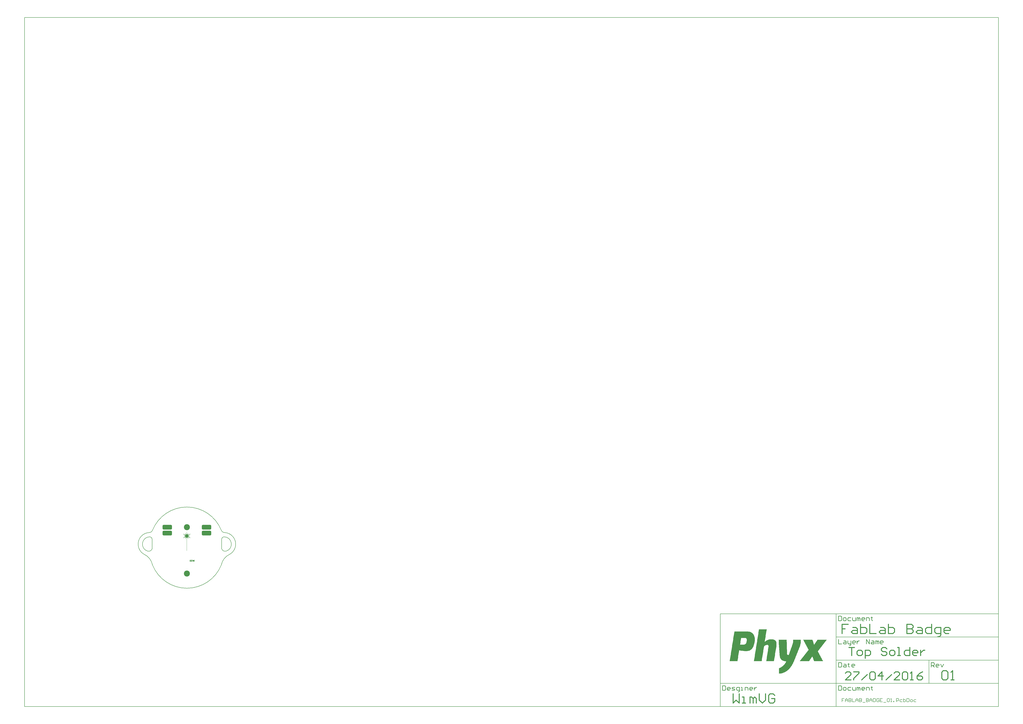
<source format=gts>
G04 Layer_Color=8388736*
%FSLAX25Y25*%
%MOIN*%
G70*
G01*
G75*
%ADD12C,0.01575*%
%ADD13C,0.00787*%
%ADD14C,0.00984*%
%ADD19C,0.00551*%
G04:AMPARAMS|DCode=20|XSize=82.68mil|YSize=161.42mil|CornerRadius=21.65mil|HoleSize=0mil|Usage=FLASHONLY|Rotation=90.000|XOffset=0mil|YOffset=0mil|HoleType=Round|Shape=RoundedRectangle|*
%AMROUNDEDRECTD20*
21,1,0.08268,0.11811,0,0,90.0*
21,1,0.03937,0.16142,0,0,90.0*
1,1,0.04331,0.05906,0.01969*
1,1,0.04331,0.05906,-0.01969*
1,1,0.04331,-0.05906,-0.01969*
1,1,0.04331,-0.05906,0.01969*
%
%ADD20ROUNDEDRECTD20*%
G04:AMPARAMS|DCode=21|XSize=82.68mil|YSize=82.68mil|CornerRadius=21.65mil|HoleSize=0mil|Usage=FLASHONLY|Rotation=90.000|XOffset=0mil|YOffset=0mil|HoleType=Round|Shape=RoundedRectangle|*
%AMROUNDEDRECTD21*
21,1,0.08268,0.03937,0,0,90.0*
21,1,0.03937,0.08268,0,0,90.0*
1,1,0.04331,0.01969,0.01969*
1,1,0.04331,0.01969,-0.01969*
1,1,0.04331,-0.01969,-0.01969*
1,1,0.04331,-0.01969,0.01969*
%
%ADD21ROUNDEDRECTD21*%
%ADD22C,0.08268*%
%ADD23C,0.10236*%
G36*
X11Y20433D02*
X94D01*
Y20350D01*
Y20266D01*
Y20183D01*
Y20099D01*
Y20016D01*
Y19932D01*
Y19848D01*
Y19765D01*
Y19681D01*
Y19598D01*
Y19514D01*
Y19431D01*
Y19347D01*
Y19264D01*
Y19180D01*
Y19097D01*
Y19013D01*
Y18929D01*
Y18846D01*
Y18762D01*
Y18679D01*
Y18595D01*
Y18512D01*
Y18428D01*
Y18345D01*
Y18261D01*
Y18178D01*
Y18094D01*
Y18011D01*
Y17927D01*
Y17843D01*
Y17760D01*
Y17676D01*
Y17593D01*
Y17509D01*
Y17426D01*
Y17342D01*
Y17259D01*
Y17175D01*
Y17092D01*
Y17008D01*
Y16925D01*
Y16841D01*
Y16758D01*
Y16674D01*
Y16590D01*
X178D01*
Y16507D01*
X345D01*
Y16590D01*
Y16674D01*
X428D01*
Y16758D01*
Y16841D01*
Y16925D01*
X512D01*
Y17008D01*
Y17092D01*
Y17175D01*
Y17259D01*
X595D01*
Y17342D01*
Y17426D01*
Y17509D01*
Y17593D01*
X679D01*
Y17676D01*
Y17760D01*
Y17843D01*
X930D01*
Y17760D01*
X1013D01*
Y17676D01*
Y17593D01*
X930D01*
Y17509D01*
Y17426D01*
Y17342D01*
Y17259D01*
X846D01*
Y17175D01*
Y17092D01*
Y17008D01*
Y16925D01*
X763D01*
Y16841D01*
Y16758D01*
Y16674D01*
Y16590D01*
X679D01*
Y16507D01*
Y16423D01*
Y16340D01*
X1013D01*
Y16423D01*
Y16507D01*
X1097D01*
Y16590D01*
Y16674D01*
X1180D01*
Y16758D01*
Y16841D01*
X1264D01*
Y16925D01*
X1347D01*
Y17008D01*
Y17092D01*
X1431D01*
Y17175D01*
Y17259D01*
X1515D01*
Y17342D01*
Y17426D01*
X1598D01*
Y17509D01*
X1681D01*
Y17593D01*
Y17676D01*
X1765D01*
Y17760D01*
Y17843D01*
X1849D01*
Y17927D01*
Y18011D01*
X1932D01*
Y18094D01*
X2016D01*
Y18178D01*
Y18261D01*
X2099D01*
Y18345D01*
X2433D01*
Y18261D01*
X2517D01*
Y18178D01*
Y18094D01*
Y18011D01*
X2433D01*
Y17927D01*
Y17843D01*
X2350D01*
Y17760D01*
X2266D01*
Y17676D01*
Y17593D01*
X2183D01*
Y17509D01*
Y17426D01*
X2099D01*
Y17342D01*
Y17259D01*
X2016D01*
Y17175D01*
X1932D01*
Y17092D01*
Y17008D01*
X1849D01*
Y16925D01*
Y16841D01*
X1765D01*
Y16758D01*
Y16674D01*
X1681D01*
Y16590D01*
X1598D01*
Y16507D01*
Y16423D01*
X1515D01*
Y16340D01*
Y16256D01*
X1431D01*
Y16173D01*
X1347D01*
Y16089D01*
X1431D01*
Y16006D01*
X1515D01*
Y15922D01*
X1681D01*
Y16006D01*
X1765D01*
Y16089D01*
X1849D01*
Y16173D01*
X1932D01*
Y16256D01*
X2016D01*
Y16340D01*
X2099D01*
Y16423D01*
X2183D01*
Y16507D01*
X2266D01*
Y16590D01*
X2350D01*
Y16674D01*
X2433D01*
Y16758D01*
X2517D01*
Y16841D01*
X2684D01*
Y16758D01*
X2767D01*
Y16674D01*
Y16590D01*
X2684D01*
Y16507D01*
X2600D01*
Y16423D01*
X2517D01*
Y16340D01*
X2433D01*
Y16256D01*
X2350D01*
Y16173D01*
X2266D01*
Y16089D01*
X2183D01*
Y16006D01*
X2099D01*
Y15922D01*
X2016D01*
Y15839D01*
X1932D01*
Y15755D01*
X1849D01*
Y15672D01*
Y15588D01*
Y15505D01*
X2016D01*
Y15588D01*
X2183D01*
Y15672D01*
X2350D01*
Y15755D01*
X2433D01*
Y15839D01*
X2600D01*
Y15922D01*
X2767D01*
Y16006D01*
X2935D01*
Y16089D01*
X3018D01*
Y16173D01*
X3185D01*
Y16256D01*
X3352D01*
Y16340D01*
X3519D01*
Y16423D01*
X3603D01*
Y16507D01*
X3770D01*
Y16590D01*
X3937D01*
Y16674D01*
X4021D01*
Y16758D01*
X4188D01*
Y16841D01*
X4355D01*
Y16925D01*
X4522D01*
Y17008D01*
X4605D01*
Y17092D01*
X4772D01*
Y17175D01*
X4939D01*
Y17259D01*
X5107D01*
Y17342D01*
X5524D01*
Y17259D01*
X5608D01*
Y17175D01*
Y17092D01*
Y17008D01*
Y16925D01*
X5524D01*
Y16841D01*
X5441D01*
Y16758D01*
X5357D01*
Y16674D01*
X5190D01*
Y16590D01*
X5023D01*
Y16507D01*
X4939D01*
Y16423D01*
X4772D01*
Y16340D01*
X4605D01*
Y16256D01*
X4438D01*
Y16173D01*
X4355D01*
Y16089D01*
X4188D01*
Y16006D01*
X4021D01*
Y15922D01*
X3853D01*
Y15839D01*
X3770D01*
Y15755D01*
X3603D01*
Y15672D01*
X3436D01*
Y15588D01*
X3352D01*
Y15505D01*
X3185D01*
Y15421D01*
X3018D01*
Y15337D01*
X2851D01*
Y15254D01*
X2767D01*
Y15170D01*
X2600D01*
Y15087D01*
X2433D01*
Y15003D01*
X2266D01*
Y14920D01*
Y14836D01*
Y14753D01*
X2517D01*
Y14836D01*
X2851D01*
Y14920D01*
X3185D01*
Y15003D01*
X3436D01*
Y15087D01*
X3686D01*
Y15003D01*
X3770D01*
Y14920D01*
Y14836D01*
X3686D01*
Y14753D01*
X3519D01*
Y14669D01*
X3185D01*
Y14586D01*
X2851D01*
Y14502D01*
X2600D01*
Y14419D01*
X2433D01*
Y14335D01*
Y14252D01*
Y14168D01*
X4772D01*
Y14084D01*
X4856D01*
Y14001D01*
X4939D01*
Y13917D01*
Y13834D01*
Y13750D01*
X4856D01*
Y13667D01*
X2433D01*
Y13583D01*
Y13500D01*
Y13416D01*
Y13333D01*
X2684D01*
Y13249D01*
X3018D01*
Y13165D01*
X3352D01*
Y13082D01*
X3686D01*
Y12998D01*
X3770D01*
Y12915D01*
Y12831D01*
Y12748D01*
X3352D01*
Y12831D01*
X2935D01*
Y12915D01*
X2684D01*
Y12998D01*
X2266D01*
Y12915D01*
Y12831D01*
X2350D01*
Y12748D01*
X2517D01*
Y12664D01*
X2684D01*
Y12581D01*
X2767D01*
Y12497D01*
X2935D01*
Y12414D01*
X3102D01*
Y12330D01*
X3269D01*
Y12247D01*
X3352D01*
Y12163D01*
X3519D01*
Y12079D01*
X3686D01*
Y11996D01*
X3853D01*
Y11913D01*
X3937D01*
Y11829D01*
X4104D01*
Y11745D01*
X4271D01*
Y11662D01*
X4438D01*
Y11578D01*
X4522D01*
Y11495D01*
X4689D01*
Y11411D01*
X4856D01*
Y11328D01*
X4939D01*
Y11244D01*
X5107D01*
Y11161D01*
X5274D01*
Y11077D01*
X5441D01*
Y10994D01*
X5524D01*
Y10910D01*
X5608D01*
Y10826D01*
Y10743D01*
Y10659D01*
Y10576D01*
X5524D01*
Y10492D01*
X5441D01*
Y10409D01*
X5107D01*
Y10492D01*
X5023D01*
Y10576D01*
X4856D01*
Y10659D01*
X4689D01*
Y10743D01*
X4522D01*
Y10826D01*
X4438D01*
Y10910D01*
X4271D01*
Y10994D01*
X4104D01*
Y11077D01*
X3937D01*
Y11161D01*
X3853D01*
Y11244D01*
X3686D01*
Y11328D01*
X3519D01*
Y11411D01*
X3436D01*
Y11495D01*
X3269D01*
Y11578D01*
X3102D01*
Y11662D01*
X2935D01*
Y11745D01*
X2851D01*
Y11829D01*
X2684D01*
Y11913D01*
X2517D01*
Y11996D01*
X2350D01*
Y12079D01*
X2266D01*
Y12163D01*
X2099D01*
Y12247D01*
X1849D01*
Y12163D01*
Y12079D01*
Y11996D01*
X2016D01*
Y11913D01*
X2099D01*
Y11829D01*
X2183D01*
Y11745D01*
X2266D01*
Y11662D01*
X2350D01*
Y11578D01*
X2433D01*
Y11495D01*
X2517D01*
Y11411D01*
X2600D01*
Y11328D01*
X2684D01*
Y11244D01*
X2767D01*
Y11161D01*
Y11077D01*
Y10994D01*
X2433D01*
Y11077D01*
X2350D01*
Y11161D01*
X2266D01*
Y11244D01*
X2183D01*
Y11328D01*
X2099D01*
Y11411D01*
X2016D01*
Y11495D01*
X1932D01*
Y11578D01*
X1849D01*
Y11662D01*
X1765D01*
Y11745D01*
X1681D01*
Y11829D01*
X1431D01*
Y11745D01*
X1347D01*
Y11662D01*
X1431D01*
Y11578D01*
Y11495D01*
X1515D01*
Y11411D01*
Y11328D01*
X1598D01*
Y11244D01*
X1681D01*
Y11161D01*
Y11077D01*
X1765D01*
Y10994D01*
Y10910D01*
X1849D01*
Y10826D01*
X1932D01*
Y10743D01*
Y10659D01*
X2016D01*
Y10576D01*
Y10492D01*
X2099D01*
Y10409D01*
Y10325D01*
X2183D01*
Y10242D01*
Y10158D01*
X2266D01*
Y10075D01*
X2350D01*
Y9991D01*
Y9908D01*
X2433D01*
Y9824D01*
Y9741D01*
X2517D01*
Y9657D01*
Y9573D01*
X2433D01*
Y9490D01*
X2350D01*
Y9406D01*
X2183D01*
Y9490D01*
X2016D01*
Y9573D01*
Y9657D01*
X1932D01*
Y9741D01*
Y9824D01*
X1849D01*
Y9908D01*
Y9991D01*
X1765D01*
Y10075D01*
X1681D01*
Y10158D01*
Y10242D01*
X1598D01*
Y10325D01*
Y10409D01*
X1515D01*
Y10492D01*
X1431D01*
Y10576D01*
Y10659D01*
X1347D01*
Y10743D01*
Y10826D01*
X1264D01*
Y10910D01*
Y10994D01*
X1180D01*
Y11077D01*
X1097D01*
Y11161D01*
Y11244D01*
X1013D01*
Y11328D01*
Y11411D01*
X679D01*
Y11328D01*
Y11244D01*
Y11161D01*
X763D01*
Y11077D01*
Y10994D01*
Y10910D01*
Y10826D01*
X846D01*
Y10743D01*
Y10659D01*
Y10576D01*
X930D01*
Y10492D01*
Y10409D01*
Y10325D01*
Y10242D01*
Y10158D01*
X1013D01*
Y10075D01*
Y9991D01*
X679D01*
Y10075D01*
Y10158D01*
Y10242D01*
X595D01*
Y10325D01*
Y10409D01*
Y10492D01*
X512D01*
Y10576D01*
Y10659D01*
Y10743D01*
Y10826D01*
X428D01*
Y10910D01*
Y10994D01*
Y11077D01*
Y11161D01*
X345D01*
Y11244D01*
X94D01*
Y11161D01*
Y11077D01*
Y10994D01*
Y10910D01*
Y10826D01*
Y10743D01*
Y10659D01*
Y10576D01*
Y10492D01*
Y10409D01*
Y10325D01*
Y10242D01*
Y10158D01*
Y10075D01*
Y9991D01*
Y9908D01*
Y9824D01*
Y9741D01*
Y9657D01*
Y9573D01*
Y9490D01*
Y9406D01*
Y9323D01*
Y9239D01*
Y9156D01*
Y9072D01*
Y8989D01*
Y8905D01*
Y8822D01*
Y8738D01*
Y8655D01*
Y8571D01*
Y8488D01*
Y8404D01*
Y8320D01*
Y8237D01*
Y8153D01*
Y8070D01*
Y7986D01*
Y7903D01*
Y7819D01*
Y7736D01*
Y7652D01*
Y7569D01*
Y7485D01*
Y7401D01*
Y7318D01*
Y7234D01*
Y7151D01*
Y7067D01*
Y6984D01*
Y6900D01*
Y6817D01*
Y6733D01*
Y6650D01*
Y6566D01*
Y6483D01*
Y6399D01*
Y6316D01*
Y6232D01*
Y6148D01*
Y6065D01*
Y5981D01*
Y5898D01*
Y5814D01*
Y5731D01*
Y5647D01*
Y5564D01*
Y5480D01*
Y5397D01*
Y5313D01*
Y5230D01*
Y5146D01*
Y5063D01*
Y4979D01*
Y4895D01*
Y4812D01*
Y4728D01*
Y4645D01*
Y4561D01*
Y4478D01*
Y4394D01*
Y4311D01*
Y4227D01*
Y4144D01*
Y4060D01*
Y3977D01*
Y3893D01*
Y3809D01*
Y3726D01*
Y3642D01*
Y3559D01*
Y3475D01*
Y3392D01*
Y3308D01*
Y3225D01*
Y3141D01*
Y3058D01*
Y2974D01*
Y2891D01*
Y2807D01*
Y2723D01*
Y2640D01*
Y2556D01*
Y2473D01*
Y2389D01*
Y2306D01*
Y2222D01*
Y2139D01*
Y2055D01*
Y1972D01*
Y1888D01*
Y1805D01*
Y1721D01*
Y1637D01*
Y1554D01*
Y1470D01*
Y1387D01*
Y1303D01*
Y1220D01*
Y1136D01*
Y1053D01*
Y969D01*
Y886D01*
Y802D01*
Y719D01*
Y635D01*
Y551D01*
Y468D01*
Y384D01*
Y301D01*
Y217D01*
Y134D01*
Y50D01*
Y-33D01*
Y-117D01*
Y-200D01*
Y-284D01*
Y-367D01*
Y-451D01*
Y-534D01*
Y-618D01*
Y-702D01*
Y-785D01*
Y-869D01*
Y-952D01*
Y-1036D01*
Y-1119D01*
Y-1203D01*
Y-1286D01*
Y-1370D01*
Y-1453D01*
Y-1537D01*
Y-1620D01*
Y-1704D01*
Y-1788D01*
Y-1871D01*
Y-1955D01*
Y-2038D01*
Y-2122D01*
Y-2205D01*
Y-2289D01*
Y-2372D01*
Y-2456D01*
Y-2539D01*
Y-2623D01*
Y-2706D01*
Y-2790D01*
Y-2873D01*
Y-2957D01*
Y-3040D01*
Y-3124D01*
Y-3208D01*
Y-3291D01*
Y-3375D01*
Y-3458D01*
Y-3542D01*
Y-3625D01*
Y-3709D01*
Y-3792D01*
Y-3876D01*
Y-3959D01*
Y-4043D01*
Y-4126D01*
Y-4210D01*
Y-4294D01*
Y-4377D01*
Y-4461D01*
Y-4544D01*
Y-4628D01*
Y-4711D01*
Y-4795D01*
Y-4878D01*
Y-4962D01*
Y-5045D01*
Y-5129D01*
Y-5212D01*
Y-5296D01*
Y-5379D01*
Y-5463D01*
Y-5547D01*
Y-5630D01*
Y-5714D01*
Y-5797D01*
Y-5881D01*
Y-5964D01*
Y-6048D01*
Y-6131D01*
Y-6215D01*
Y-6298D01*
Y-6382D01*
Y-6465D01*
Y-6549D01*
Y-6633D01*
Y-6716D01*
Y-6800D01*
Y-6883D01*
Y-6967D01*
Y-7050D01*
Y-7134D01*
Y-7217D01*
Y-7301D01*
Y-7384D01*
Y-7468D01*
Y-7552D01*
Y-7635D01*
Y-7718D01*
Y-7802D01*
Y-7886D01*
Y-7969D01*
Y-8053D01*
Y-8136D01*
Y-8220D01*
Y-8303D01*
Y-8387D01*
Y-8470D01*
Y-8554D01*
Y-8637D01*
Y-8721D01*
Y-8805D01*
Y-8888D01*
Y-8972D01*
Y-9055D01*
Y-9139D01*
Y-9222D01*
Y-9306D01*
Y-9389D01*
Y-9473D01*
Y-9556D01*
Y-9640D01*
Y-9723D01*
Y-9807D01*
Y-9890D01*
Y-9974D01*
Y-10058D01*
Y-10141D01*
Y-10225D01*
Y-10308D01*
Y-10392D01*
Y-10475D01*
Y-10559D01*
Y-10642D01*
Y-10726D01*
Y-10809D01*
Y-10893D01*
Y-10976D01*
Y-11060D01*
Y-11144D01*
Y-11227D01*
Y-11311D01*
X-73D01*
Y-11394D01*
X-323D01*
Y-11311D01*
X-407D01*
Y-11227D01*
X-490D01*
Y-11144D01*
Y-11060D01*
Y-10976D01*
Y-10893D01*
Y-10809D01*
Y-10726D01*
Y-10642D01*
Y-10559D01*
Y-10475D01*
Y-10392D01*
Y-10308D01*
Y-10225D01*
Y-10141D01*
Y-10058D01*
Y-9974D01*
Y-9890D01*
Y-9807D01*
Y-9723D01*
Y-9640D01*
Y-9556D01*
Y-9473D01*
Y-9389D01*
Y-9306D01*
Y-9222D01*
Y-9139D01*
Y-9055D01*
Y-8972D01*
Y-8888D01*
Y-8805D01*
Y-8721D01*
Y-8637D01*
Y-8554D01*
Y-8470D01*
Y-8387D01*
Y-8303D01*
Y-8220D01*
Y-8136D01*
Y-8053D01*
Y-7969D01*
Y-7886D01*
Y-7802D01*
Y-7718D01*
Y-7635D01*
Y-7552D01*
Y-7468D01*
Y-7384D01*
Y-7301D01*
Y-7217D01*
Y-7134D01*
Y-7050D01*
Y-6967D01*
Y-6883D01*
Y-6800D01*
Y-6716D01*
Y-6633D01*
Y-6549D01*
Y-6465D01*
Y-6382D01*
Y-6298D01*
Y-6215D01*
Y-6131D01*
Y-6048D01*
Y-5964D01*
Y-5881D01*
Y-5797D01*
Y-5714D01*
Y-5630D01*
Y-5547D01*
Y-5463D01*
Y-5379D01*
Y-5296D01*
Y-5212D01*
Y-5129D01*
Y-5045D01*
Y-4962D01*
Y-4878D01*
Y-4795D01*
Y-4711D01*
Y-4628D01*
Y-4544D01*
Y-4461D01*
Y-4377D01*
Y-4294D01*
Y-4210D01*
Y-4126D01*
Y-4043D01*
Y-3959D01*
Y-3876D01*
Y-3792D01*
Y-3709D01*
Y-3625D01*
Y-3542D01*
Y-3458D01*
Y-3375D01*
Y-3291D01*
Y-3208D01*
Y-3124D01*
Y-3040D01*
Y-2957D01*
Y-2873D01*
Y-2790D01*
Y-2706D01*
Y-2623D01*
Y-2539D01*
Y-2456D01*
Y-2372D01*
Y-2289D01*
Y-2205D01*
Y-2122D01*
Y-2038D01*
Y-1955D01*
Y-1871D01*
Y-1788D01*
Y-1704D01*
Y-1620D01*
Y-1537D01*
Y-1453D01*
Y-1370D01*
Y-1286D01*
Y-1203D01*
Y-1119D01*
Y-1036D01*
Y-952D01*
Y-869D01*
Y-785D01*
Y-702D01*
Y-618D01*
Y-534D01*
Y-451D01*
Y-367D01*
Y-284D01*
Y-200D01*
Y-117D01*
Y-33D01*
Y50D01*
Y134D01*
Y217D01*
Y301D01*
Y384D01*
Y468D01*
Y551D01*
Y635D01*
Y719D01*
Y802D01*
Y886D01*
Y969D01*
Y1053D01*
Y1136D01*
Y1220D01*
Y1303D01*
Y1387D01*
Y1470D01*
Y1554D01*
Y1637D01*
Y1721D01*
Y1805D01*
Y1888D01*
Y1972D01*
Y2055D01*
Y2139D01*
Y2222D01*
Y2306D01*
Y2389D01*
Y2473D01*
Y2556D01*
Y2640D01*
Y2723D01*
Y2807D01*
Y2891D01*
Y2974D01*
Y3058D01*
Y3141D01*
Y3225D01*
Y3308D01*
Y3392D01*
Y3475D01*
Y3559D01*
Y3642D01*
Y3726D01*
Y3809D01*
Y3893D01*
Y3977D01*
Y4060D01*
Y4144D01*
Y4227D01*
Y4311D01*
Y4394D01*
Y4478D01*
Y4561D01*
Y4645D01*
Y4728D01*
Y4812D01*
Y4895D01*
Y4979D01*
Y5063D01*
Y5146D01*
Y5230D01*
Y5313D01*
Y5397D01*
Y5480D01*
Y5564D01*
Y5647D01*
Y5731D01*
Y5814D01*
Y5898D01*
Y5981D01*
Y6065D01*
Y6148D01*
Y6232D01*
Y6316D01*
Y6399D01*
Y6483D01*
Y6566D01*
Y6650D01*
Y6733D01*
Y6817D01*
Y6900D01*
Y6984D01*
Y7067D01*
Y7151D01*
Y7234D01*
Y7318D01*
Y7401D01*
Y7485D01*
Y7569D01*
Y7652D01*
Y7736D01*
Y7819D01*
Y7903D01*
Y7986D01*
Y8070D01*
Y8153D01*
Y8237D01*
Y8320D01*
Y8404D01*
Y8488D01*
Y8571D01*
Y8655D01*
Y8738D01*
Y8822D01*
Y8905D01*
Y8989D01*
Y9072D01*
Y9156D01*
Y9239D01*
Y9323D01*
Y9406D01*
Y9490D01*
Y9573D01*
Y9657D01*
Y9741D01*
Y9824D01*
Y9908D01*
Y9991D01*
Y10075D01*
Y10158D01*
Y10242D01*
Y10325D01*
Y10409D01*
Y10492D01*
Y10576D01*
Y10659D01*
Y10743D01*
Y10826D01*
Y10910D01*
Y10994D01*
Y11077D01*
Y11161D01*
Y11244D01*
X-741D01*
Y11161D01*
Y11077D01*
X-825D01*
Y10994D01*
Y10910D01*
Y10826D01*
Y10743D01*
Y10659D01*
X-908D01*
Y10576D01*
Y10492D01*
Y10409D01*
X-992D01*
Y10325D01*
Y10242D01*
Y10158D01*
Y10075D01*
X-1075D01*
Y9991D01*
X-1326D01*
Y10075D01*
Y10158D01*
Y10242D01*
Y10325D01*
Y10409D01*
X-1242D01*
Y10492D01*
Y10576D01*
Y10659D01*
Y10743D01*
X-1159D01*
Y10826D01*
Y10910D01*
Y10994D01*
X-1075D01*
Y11077D01*
Y11161D01*
Y11244D01*
Y11328D01*
Y11411D01*
X-1326D01*
Y11328D01*
X-1409D01*
Y11244D01*
X-1493D01*
Y11161D01*
Y11077D01*
X-1576D01*
Y10994D01*
Y10910D01*
X-1660D01*
Y10826D01*
Y10743D01*
X-1743D01*
Y10659D01*
X-1827D01*
Y10576D01*
Y10492D01*
X-1911D01*
Y10409D01*
Y10325D01*
X-1994D01*
Y10242D01*
X-2078D01*
Y10158D01*
Y10075D01*
X-2161D01*
Y9991D01*
Y9908D01*
X-2245D01*
Y9824D01*
Y9741D01*
X-2328D01*
Y9657D01*
X-2412D01*
Y9573D01*
Y9490D01*
X-2579D01*
Y9406D01*
X-2662D01*
Y9490D01*
X-2829D01*
Y9573D01*
Y9657D01*
Y9741D01*
Y9824D01*
Y9908D01*
X-2746D01*
Y9991D01*
X-2662D01*
Y10075D01*
Y10158D01*
X-2579D01*
Y10242D01*
Y10325D01*
X-2495D01*
Y10409D01*
Y10492D01*
X-2412D01*
Y10576D01*
X-2328D01*
Y10659D01*
Y10743D01*
X-2245D01*
Y10826D01*
Y10910D01*
X-2161D01*
Y10994D01*
X-2078D01*
Y11077D01*
Y11161D01*
X-1994D01*
Y11244D01*
Y11328D01*
X-1911D01*
Y11411D01*
Y11495D01*
X-1827D01*
Y11578D01*
X-1743D01*
Y11662D01*
Y11745D01*
Y11829D01*
X-2078D01*
Y11745D01*
X-2161D01*
Y11662D01*
X-2245D01*
Y11578D01*
X-2328D01*
Y11495D01*
X-2412D01*
Y11411D01*
X-2495D01*
Y11328D01*
X-2579D01*
Y11244D01*
X-2662D01*
Y11161D01*
X-2746D01*
Y11077D01*
X-2829D01*
Y10994D01*
X-3080D01*
Y11077D01*
X-3164D01*
Y11161D01*
X-3080D01*
Y11244D01*
X-2997D01*
Y11328D01*
X-2913D01*
Y11411D01*
X-2829D01*
Y11495D01*
X-2746D01*
Y11578D01*
X-2662D01*
Y11662D01*
X-2579D01*
Y11745D01*
X-2495D01*
Y11829D01*
X-2412D01*
Y11913D01*
X-2328D01*
Y11996D01*
X-2245D01*
Y12079D01*
Y12163D01*
Y12247D01*
X-2495D01*
Y12163D01*
X-2579D01*
Y12079D01*
X-2746D01*
Y11996D01*
X-2913D01*
Y11913D01*
X-3080D01*
Y11829D01*
X-3164D01*
Y11745D01*
X-3331D01*
Y11662D01*
X-3498D01*
Y11578D01*
X-3581D01*
Y11495D01*
X-3748D01*
Y11411D01*
X-3915D01*
Y11328D01*
X-4082D01*
Y11244D01*
X-4166D01*
Y11161D01*
X-4333D01*
Y11077D01*
X-4500D01*
Y10994D01*
X-4667D01*
Y10910D01*
X-4751D01*
Y10826D01*
X-4918D01*
Y10743D01*
X-5085D01*
Y10659D01*
X-5252D01*
Y10576D01*
X-5336D01*
Y10492D01*
X-5503D01*
Y10409D01*
X-5837D01*
Y10492D01*
X-5920D01*
Y10576D01*
X-6004D01*
Y10659D01*
Y10743D01*
Y10826D01*
X-5920D01*
Y10910D01*
Y10994D01*
X-5753D01*
Y11077D01*
X-5670D01*
Y11161D01*
X-5503D01*
Y11244D01*
X-5336D01*
Y11328D01*
X-5168D01*
Y11411D01*
X-5085D01*
Y11495D01*
X-4918D01*
Y11578D01*
X-4751D01*
Y11662D01*
X-4584D01*
Y11745D01*
X-4500D01*
Y11829D01*
X-4333D01*
Y11913D01*
X-4166D01*
Y11996D01*
X-3999D01*
Y12079D01*
X-3915D01*
Y12163D01*
X-3748D01*
Y12247D01*
X-3581D01*
Y12330D01*
X-3414D01*
Y12414D01*
X-3331D01*
Y12497D01*
X-3164D01*
Y12581D01*
X-2997D01*
Y12664D01*
X-2913D01*
Y12748D01*
X-2746D01*
Y12831D01*
X-2662D01*
Y12915D01*
Y12998D01*
X-3080D01*
Y12915D01*
X-3331D01*
Y12831D01*
X-3665D01*
Y12748D01*
X-4082D01*
Y12831D01*
X-4166D01*
Y12915D01*
X-4082D01*
Y12998D01*
X-3999D01*
Y13082D01*
X-3665D01*
Y13165D01*
X-3414D01*
Y13249D01*
X-3080D01*
Y13333D01*
X-2829D01*
Y13416D01*
Y13500D01*
Y13583D01*
Y13667D01*
X-5252D01*
Y13750D01*
Y13834D01*
X-5336D01*
Y13917D01*
X-5252D01*
Y14001D01*
Y14084D01*
X-5085D01*
Y14168D01*
X-2829D01*
Y14252D01*
Y14335D01*
Y14419D01*
X-2913D01*
Y14502D01*
X-3247D01*
Y14586D01*
X-3581D01*
Y14669D01*
X-3832D01*
Y14753D01*
X-4082D01*
Y14836D01*
X-4166D01*
Y14920D01*
X-4082D01*
Y15003D01*
Y15087D01*
X-3832D01*
Y15003D01*
X-3498D01*
Y14920D01*
X-3247D01*
Y14836D01*
X-2913D01*
Y14753D01*
X-2662D01*
Y14836D01*
Y14920D01*
Y15003D01*
X-2829D01*
Y15087D01*
X-2997D01*
Y15170D01*
X-3080D01*
Y15254D01*
X-3247D01*
Y15337D01*
X-3414D01*
Y15421D01*
X-3581D01*
Y15505D01*
X-3665D01*
Y15588D01*
X-3832D01*
Y15672D01*
X-3999D01*
Y15755D01*
X-4082D01*
Y15839D01*
X-4250D01*
Y15922D01*
X-4417D01*
Y16006D01*
X-4584D01*
Y16089D01*
X-4667D01*
Y16173D01*
X-4834D01*
Y16256D01*
X-5001D01*
Y16340D01*
X-5168D01*
Y16423D01*
X-5252D01*
Y16507D01*
X-5419D01*
Y16590D01*
X-5586D01*
Y16674D01*
X-5753D01*
Y16758D01*
X-5837D01*
Y16841D01*
X-5920D01*
Y16925D01*
X-6004D01*
Y17008D01*
Y17092D01*
Y17175D01*
X-5920D01*
Y17259D01*
X-5837D01*
Y17342D01*
X-5419D01*
Y17259D01*
X-5252D01*
Y17175D01*
X-5168D01*
Y17092D01*
X-5001D01*
Y17008D01*
X-4834D01*
Y16925D01*
X-4751D01*
Y16841D01*
X-4584D01*
Y16758D01*
X-4417D01*
Y16674D01*
X-4250D01*
Y16590D01*
X-4166D01*
Y16507D01*
X-3999D01*
Y16423D01*
X-3832D01*
Y16340D01*
X-3665D01*
Y16256D01*
X-3581D01*
Y16173D01*
X-3414D01*
Y16089D01*
X-3247D01*
Y16006D01*
X-3080D01*
Y15922D01*
X-2997D01*
Y15839D01*
X-2829D01*
Y15755D01*
X-2662D01*
Y15672D01*
X-2579D01*
Y15588D01*
X-2412D01*
Y15505D01*
X-2245D01*
Y15588D01*
Y15672D01*
Y15755D01*
X-2328D01*
Y15839D01*
X-2412D01*
Y15922D01*
X-2495D01*
Y16006D01*
X-2579D01*
Y16089D01*
X-2662D01*
Y16173D01*
X-2746D01*
Y16256D01*
X-2829D01*
Y16340D01*
X-2913D01*
Y16423D01*
X-2997D01*
Y16507D01*
X-3080D01*
Y16590D01*
X-3164D01*
Y16674D01*
X-3080D01*
Y16758D01*
Y16841D01*
X-2829D01*
Y16758D01*
X-2746D01*
Y16674D01*
X-2662D01*
Y16590D01*
X-2579D01*
Y16507D01*
X-2495D01*
Y16423D01*
X-2412D01*
Y16340D01*
X-2328D01*
Y16256D01*
X-2245D01*
Y16173D01*
X-2161D01*
Y16089D01*
X-2078D01*
Y16006D01*
X-1994D01*
Y15922D01*
X-1827D01*
Y16006D01*
X-1743D01*
Y16089D01*
Y16173D01*
X-1827D01*
Y16256D01*
Y16340D01*
X-1911D01*
Y16423D01*
X-1994D01*
Y16507D01*
Y16590D01*
X-2078D01*
Y16674D01*
Y16758D01*
X-2161D01*
Y16841D01*
Y16925D01*
X-2245D01*
Y17008D01*
X-2328D01*
Y17092D01*
Y17175D01*
X-2412D01*
Y17259D01*
Y17342D01*
X-2495D01*
Y17426D01*
Y17509D01*
X-2579D01*
Y17593D01*
X-2662D01*
Y17676D01*
Y17760D01*
X-2746D01*
Y17843D01*
Y17927D01*
X-2829D01*
Y18011D01*
Y18094D01*
Y18178D01*
Y18261D01*
X-2746D01*
Y18345D01*
X-2495D01*
Y18261D01*
X-2412D01*
Y18178D01*
X-2328D01*
Y18094D01*
Y18011D01*
X-2245D01*
Y17927D01*
Y17843D01*
X-2161D01*
Y17760D01*
X-2078D01*
Y17676D01*
Y17593D01*
X-1994D01*
Y17509D01*
Y17426D01*
X-1911D01*
Y17342D01*
X-1827D01*
Y17259D01*
Y17175D01*
X-1743D01*
Y17092D01*
Y17008D01*
X-1660D01*
Y16925D01*
Y16841D01*
X-1576D01*
Y16758D01*
X-1493D01*
Y16674D01*
Y16590D01*
X-1409D01*
Y16507D01*
Y16423D01*
X-1326D01*
Y16340D01*
X-1075D01*
Y16423D01*
Y16507D01*
Y16590D01*
Y16674D01*
Y16758D01*
X-1159D01*
Y16841D01*
Y16925D01*
Y17008D01*
X-1242D01*
Y17092D01*
Y17175D01*
Y17259D01*
Y17342D01*
Y17426D01*
X-1326D01*
Y17509D01*
Y17593D01*
Y17676D01*
Y17760D01*
Y17843D01*
X-1075D01*
Y17760D01*
X-992D01*
Y17676D01*
Y17593D01*
Y17509D01*
Y17426D01*
Y17342D01*
X-908D01*
Y17259D01*
Y17175D01*
Y17092D01*
X-825D01*
Y17008D01*
Y16925D01*
Y16841D01*
Y16758D01*
X-741D01*
Y16674D01*
Y16590D01*
Y16507D01*
X-490D01*
Y16590D01*
Y16674D01*
Y16758D01*
Y16841D01*
Y16925D01*
Y17008D01*
Y17092D01*
Y17175D01*
Y17259D01*
Y17342D01*
Y17426D01*
Y17509D01*
Y17593D01*
Y17676D01*
Y17760D01*
Y17843D01*
Y17927D01*
Y18011D01*
Y18094D01*
Y18178D01*
Y18261D01*
Y18345D01*
Y18428D01*
Y18512D01*
Y18595D01*
Y18679D01*
Y18762D01*
Y18846D01*
Y18929D01*
Y19013D01*
Y19097D01*
Y19180D01*
Y19264D01*
Y19347D01*
Y19431D01*
Y19514D01*
Y19598D01*
Y19681D01*
Y19765D01*
Y19848D01*
Y19932D01*
Y20016D01*
Y20099D01*
Y20183D01*
Y20266D01*
Y20350D01*
Y20433D01*
X-407D01*
Y20517D01*
X11D01*
Y20433D01*
D02*
G37*
G36*
X1042339Y-162457D02*
Y-162743D01*
Y-163030D01*
Y-163316D01*
Y-163602D01*
Y-163889D01*
Y-164175D01*
Y-164461D01*
Y-164748D01*
Y-165034D01*
Y-165320D01*
Y-165607D01*
Y-165893D01*
Y-166179D01*
Y-166466D01*
Y-166752D01*
Y-167038D01*
Y-167324D01*
Y-167611D01*
Y-167897D01*
Y-168183D01*
X1042053D01*
Y-168470D01*
Y-168756D01*
Y-169042D01*
Y-169329D01*
Y-169615D01*
X1041767D01*
Y-169901D01*
Y-170188D01*
Y-170474D01*
Y-170760D01*
X1041481D01*
Y-171047D01*
Y-171333D01*
Y-171619D01*
Y-171906D01*
X1041194D01*
Y-172192D01*
Y-172478D01*
Y-172764D01*
X1040908D01*
Y-173051D01*
Y-173337D01*
Y-173623D01*
X1040622D01*
Y-173910D01*
Y-174196D01*
Y-174482D01*
X1040335D01*
Y-174769D01*
Y-175055D01*
Y-175341D01*
X1040049D01*
Y-175628D01*
Y-175914D01*
X1039763D01*
Y-176200D01*
Y-176487D01*
X1039476D01*
Y-176773D01*
Y-177059D01*
Y-177345D01*
X1039190D01*
Y-177632D01*
Y-177918D01*
X1038904D01*
Y-178204D01*
Y-178491D01*
Y-178777D01*
X1038617D01*
Y-179063D01*
Y-179350D01*
X1038331D01*
Y-179636D01*
Y-179922D01*
Y-180209D01*
X1038045D01*
Y-180495D01*
Y-180781D01*
X1037758D01*
Y-181068D01*
Y-181354D01*
Y-181640D01*
X1037472D01*
Y-181926D01*
Y-182213D01*
X1037186D01*
Y-182499D01*
Y-182785D01*
Y-183072D01*
X1036899D01*
Y-183358D01*
Y-183644D01*
X1036613D01*
Y-183931D01*
Y-184217D01*
Y-184503D01*
X1036327D01*
Y-184790D01*
Y-185076D01*
X1036041D01*
Y-185362D01*
Y-185649D01*
Y-185935D01*
X1035754D01*
Y-186221D01*
Y-186507D01*
X1035468D01*
Y-186794D01*
Y-187080D01*
Y-187366D01*
X1035182D01*
Y-187653D01*
Y-187939D01*
X1034895D01*
Y-188225D01*
Y-188512D01*
Y-188798D01*
X1034609D01*
Y-189084D01*
Y-189371D01*
X1034323D01*
Y-189657D01*
Y-189943D01*
Y-190229D01*
X1034036D01*
Y-190516D01*
Y-190802D01*
X1033750D01*
Y-191088D01*
Y-191375D01*
Y-191661D01*
X1033464D01*
Y-191947D01*
Y-192234D01*
X1033177D01*
Y-192520D01*
Y-192806D01*
Y-193093D01*
X1032891D01*
Y-193379D01*
Y-193665D01*
X1032605D01*
Y-193952D01*
Y-194238D01*
Y-194524D01*
X1032318D01*
Y-194810D01*
Y-195097D01*
X1032032D01*
Y-195383D01*
Y-195669D01*
Y-195956D01*
X1031746D01*
Y-196242D01*
Y-196528D01*
X1031460D01*
Y-196815D01*
Y-197101D01*
Y-197387D01*
X1031173D01*
Y-197674D01*
Y-197960D01*
X1030887D01*
Y-198246D01*
Y-198533D01*
Y-198819D01*
X1030601D01*
Y-199105D01*
Y-199391D01*
X1030314D01*
Y-199678D01*
Y-199964D01*
X1030028D01*
Y-200251D01*
Y-200537D01*
X1029742D01*
Y-200823D01*
Y-201109D01*
Y-201396D01*
X1029455D01*
Y-201682D01*
X1029169D01*
Y-201968D01*
Y-202255D01*
Y-202541D01*
X1028883D01*
Y-202827D01*
X1028596D01*
Y-203114D01*
Y-203400D01*
X1028310D01*
Y-203686D01*
Y-203973D01*
X1028024D01*
Y-204259D01*
Y-204545D01*
X1027738D01*
Y-204832D01*
Y-205118D01*
X1027451D01*
Y-205404D01*
X1027165D01*
Y-205690D01*
Y-205977D01*
X1026879D01*
Y-206263D01*
Y-206549D01*
X1026592D01*
Y-206836D01*
X1026306D01*
Y-207122D01*
X1026020D01*
Y-207408D01*
Y-207695D01*
X1025733D01*
Y-207981D01*
X1025447D01*
Y-208267D01*
Y-208554D01*
X1025161D01*
Y-208840D01*
X1024874D01*
Y-209126D01*
X1024588D01*
Y-209413D01*
Y-209699D01*
X1024302D01*
Y-209985D01*
X1024015D01*
Y-210271D01*
X1023729D01*
Y-210558D01*
X1023443D01*
Y-210844D01*
X1023157D01*
Y-211130D01*
Y-211417D01*
X1022870D01*
Y-211703D01*
X1022584D01*
Y-211989D01*
X1022297D01*
Y-212276D01*
X1022011D01*
Y-212562D01*
X1021725D01*
Y-212848D01*
X1021439D01*
Y-213135D01*
X1021152D01*
Y-213421D01*
X1020580D01*
Y-213707D01*
X1020293D01*
Y-213994D01*
X1020007D01*
Y-214280D01*
X1019721D01*
Y-214566D01*
X1019434D01*
Y-214852D01*
X1018862D01*
Y-215139D01*
X1018575D01*
Y-215425D01*
X1018003D01*
Y-215711D01*
X1017717D01*
Y-215998D01*
X1017144D01*
Y-216284D01*
X1016858D01*
Y-216570D01*
X1016285D01*
Y-216857D01*
X1015712D01*
Y-217143D01*
X1015140D01*
Y-217429D01*
X1014567D01*
Y-217716D01*
X1013995D01*
Y-218002D01*
X1013136D01*
Y-218288D01*
X1012563D01*
Y-218575D01*
X1011704D01*
Y-218861D01*
X1010559D01*
Y-219147D01*
X1009414D01*
Y-219433D01*
X1007696D01*
Y-219720D01*
X1005691D01*
Y-220006D01*
X1005405D01*
Y-219720D01*
Y-219433D01*
Y-219147D01*
Y-218861D01*
Y-218575D01*
Y-218288D01*
Y-218002D01*
Y-217716D01*
Y-217429D01*
Y-217143D01*
Y-216857D01*
Y-216570D01*
Y-216284D01*
Y-215998D01*
Y-215711D01*
Y-215425D01*
Y-215139D01*
Y-214852D01*
Y-214566D01*
Y-214280D01*
Y-213994D01*
Y-213707D01*
Y-213421D01*
Y-213135D01*
Y-212848D01*
Y-212562D01*
Y-212276D01*
Y-211989D01*
Y-211703D01*
Y-211417D01*
Y-211130D01*
Y-210844D01*
Y-210558D01*
X1005978D01*
Y-210271D01*
X1006550D01*
Y-209985D01*
X1007123D01*
Y-209699D01*
X1007696D01*
Y-209413D01*
X1008268D01*
Y-209126D01*
X1008841D01*
Y-208840D01*
X1009127D01*
Y-208554D01*
X1009700D01*
Y-208267D01*
X1009986D01*
Y-207981D01*
X1010559D01*
Y-207695D01*
X1010845D01*
Y-207408D01*
X1011131D01*
Y-207122D01*
X1011704D01*
Y-206836D01*
X1011990D01*
Y-206549D01*
X1012277D01*
Y-206263D01*
X1012563D01*
Y-205977D01*
X1012849D01*
Y-205690D01*
X1013136D01*
Y-205404D01*
X1013422D01*
Y-205118D01*
X1013708D01*
Y-204832D01*
X1013995D01*
Y-204545D01*
X1014281D01*
Y-204259D01*
X1014567D01*
Y-203973D01*
X1014853D01*
Y-203686D01*
Y-203400D01*
X1015140D01*
Y-203114D01*
X1015426D01*
Y-202827D01*
X1015712D01*
Y-202541D01*
Y-202255D01*
X1015999D01*
Y-201968D01*
X1016285D01*
Y-201682D01*
Y-201396D01*
X1016571D01*
Y-201109D01*
Y-200823D01*
X1016858D01*
Y-200537D01*
X1017144D01*
Y-200251D01*
Y-199964D01*
X1017430D01*
Y-199678D01*
Y-199391D01*
X1017717D01*
Y-199105D01*
Y-198819D01*
X1015999D01*
Y-198533D01*
X1013995D01*
Y-198246D01*
X1012849D01*
Y-197960D01*
X1012277D01*
Y-197674D01*
X1011418D01*
Y-197387D01*
X1010845D01*
Y-197101D01*
X1010559D01*
Y-196815D01*
X1009986D01*
Y-196528D01*
X1009700D01*
Y-196242D01*
X1009414D01*
Y-195956D01*
X1009127D01*
Y-195669D01*
X1008841D01*
Y-195383D01*
X1008554D01*
Y-195097D01*
Y-194810D01*
X1008268D01*
Y-194524D01*
X1007982D01*
Y-194238D01*
Y-193952D01*
X1007696D01*
Y-193665D01*
Y-193379D01*
X1007409D01*
Y-193093D01*
Y-192806D01*
X1007123D01*
Y-192520D01*
Y-192234D01*
Y-191947D01*
X1006837D01*
Y-191661D01*
Y-191375D01*
Y-191088D01*
Y-190802D01*
X1006550D01*
Y-190516D01*
Y-190229D01*
Y-189943D01*
Y-189657D01*
Y-189371D01*
Y-189084D01*
Y-188798D01*
X1006264D01*
Y-188512D01*
Y-188225D01*
Y-187939D01*
Y-187653D01*
Y-187366D01*
Y-187080D01*
Y-186794D01*
Y-186507D01*
Y-186221D01*
Y-185935D01*
Y-185649D01*
Y-185362D01*
Y-185076D01*
Y-184790D01*
Y-184503D01*
X1005978D01*
Y-184217D01*
Y-183931D01*
Y-183644D01*
Y-183358D01*
Y-183072D01*
Y-182785D01*
Y-182499D01*
Y-182213D01*
Y-181926D01*
Y-181640D01*
Y-181354D01*
Y-181068D01*
Y-180781D01*
Y-180495D01*
Y-180209D01*
X1005691D01*
Y-179922D01*
Y-179636D01*
Y-179350D01*
Y-179063D01*
Y-178777D01*
Y-178491D01*
Y-178204D01*
Y-177918D01*
Y-177632D01*
Y-177345D01*
Y-177059D01*
Y-176773D01*
Y-176487D01*
Y-176200D01*
Y-175914D01*
Y-175628D01*
X1005405D01*
Y-175341D01*
Y-175055D01*
Y-174769D01*
Y-174482D01*
Y-174196D01*
Y-173910D01*
Y-173623D01*
Y-173337D01*
Y-173051D01*
Y-172764D01*
Y-172478D01*
Y-172192D01*
Y-171906D01*
Y-171619D01*
Y-171333D01*
Y-171047D01*
X1005119D01*
Y-170760D01*
Y-170474D01*
Y-170188D01*
Y-169901D01*
Y-169615D01*
Y-169329D01*
Y-169042D01*
Y-168756D01*
Y-168470D01*
Y-168183D01*
Y-167897D01*
Y-167611D01*
Y-167324D01*
Y-167038D01*
X1004832D01*
Y-166752D01*
Y-166466D01*
Y-166179D01*
Y-165893D01*
Y-165607D01*
Y-165320D01*
Y-165034D01*
Y-164748D01*
Y-164461D01*
Y-164175D01*
Y-163889D01*
Y-163602D01*
Y-163316D01*
Y-163030D01*
Y-162743D01*
Y-162457D01*
X1004546D01*
Y-162171D01*
X1018289D01*
Y-162457D01*
Y-162743D01*
Y-163030D01*
Y-163316D01*
Y-163602D01*
Y-163889D01*
Y-164175D01*
Y-164461D01*
Y-164748D01*
Y-165034D01*
Y-165320D01*
Y-165607D01*
Y-165893D01*
Y-166179D01*
X1018575D01*
Y-166466D01*
Y-166752D01*
Y-167038D01*
Y-167324D01*
Y-167611D01*
Y-167897D01*
Y-168183D01*
Y-168470D01*
Y-168756D01*
Y-169042D01*
Y-169329D01*
Y-169615D01*
Y-169901D01*
Y-170188D01*
Y-170474D01*
Y-170760D01*
Y-171047D01*
Y-171333D01*
Y-171619D01*
Y-171906D01*
Y-172192D01*
Y-172478D01*
Y-172764D01*
Y-173051D01*
Y-173337D01*
Y-173623D01*
Y-173910D01*
Y-174196D01*
Y-174482D01*
Y-174769D01*
Y-175055D01*
Y-175341D01*
Y-175628D01*
Y-175914D01*
Y-176200D01*
Y-176487D01*
Y-176773D01*
Y-177059D01*
Y-177345D01*
Y-177632D01*
Y-177918D01*
X1018862D01*
Y-178204D01*
X1018575D01*
Y-178491D01*
Y-178777D01*
X1018862D01*
Y-179063D01*
Y-179350D01*
Y-179636D01*
Y-179922D01*
Y-180209D01*
Y-180495D01*
Y-180781D01*
Y-181068D01*
Y-181354D01*
Y-181640D01*
Y-181926D01*
Y-182213D01*
Y-182499D01*
Y-182785D01*
Y-183072D01*
Y-183358D01*
Y-183644D01*
Y-183931D01*
Y-184217D01*
Y-184503D01*
Y-184790D01*
Y-185076D01*
Y-185362D01*
Y-185649D01*
Y-185935D01*
Y-186221D01*
X1019148D01*
Y-186507D01*
Y-186794D01*
Y-187080D01*
X1019434D01*
Y-187366D01*
X1019721D01*
Y-187653D01*
X1020007D01*
Y-187939D01*
X1020866D01*
Y-188225D01*
X1021725D01*
Y-187939D01*
X1022011D01*
Y-187653D01*
Y-187366D01*
Y-187080D01*
X1022297D01*
Y-186794D01*
Y-186507D01*
X1022584D01*
Y-186221D01*
Y-185935D01*
Y-185649D01*
X1022870D01*
Y-185362D01*
Y-185076D01*
Y-184790D01*
X1023157D01*
Y-184503D01*
Y-184217D01*
Y-183931D01*
X1023443D01*
Y-183644D01*
Y-183358D01*
Y-183072D01*
X1023729D01*
Y-182785D01*
Y-182499D01*
X1024015D01*
Y-182213D01*
Y-181926D01*
Y-181640D01*
X1024302D01*
Y-181354D01*
Y-181068D01*
Y-180781D01*
X1024588D01*
Y-180495D01*
Y-180209D01*
Y-179922D01*
X1024874D01*
Y-179636D01*
Y-179350D01*
X1025161D01*
Y-179063D01*
Y-178777D01*
Y-178491D01*
X1025447D01*
Y-178204D01*
Y-177918D01*
Y-177632D01*
X1025733D01*
Y-177345D01*
Y-177059D01*
Y-176773D01*
X1026020D01*
Y-176487D01*
Y-176200D01*
X1026306D01*
Y-175914D01*
Y-175628D01*
Y-175341D01*
X1026592D01*
Y-175055D01*
Y-174769D01*
Y-174482D01*
X1026879D01*
Y-174196D01*
Y-173910D01*
Y-173623D01*
X1027165D01*
Y-173337D01*
Y-173051D01*
X1027451D01*
Y-172764D01*
Y-172478D01*
Y-172192D01*
X1027738D01*
Y-171906D01*
Y-171619D01*
Y-171333D01*
X1028024D01*
Y-171047D01*
Y-170760D01*
Y-170474D01*
X1028310D01*
Y-170188D01*
Y-169901D01*
Y-169615D01*
Y-169329D01*
X1028596D01*
Y-169042D01*
Y-168756D01*
Y-168470D01*
Y-168183D01*
X1028883D01*
Y-167897D01*
Y-167611D01*
Y-167324D01*
Y-167038D01*
Y-166752D01*
X1029169D01*
Y-166466D01*
Y-166179D01*
Y-165893D01*
Y-165607D01*
Y-165320D01*
Y-165034D01*
X1029455D01*
Y-164748D01*
Y-164461D01*
Y-164175D01*
Y-163889D01*
Y-163602D01*
Y-163316D01*
Y-163030D01*
Y-162743D01*
Y-162457D01*
Y-162171D01*
X1042339D01*
Y-162457D01*
D02*
G37*
G36*
X984504Y-144992D02*
Y-145278D01*
X984218D01*
Y-145565D01*
Y-145851D01*
Y-146137D01*
Y-146424D01*
Y-146710D01*
Y-146996D01*
X983932D01*
Y-147283D01*
Y-147569D01*
Y-147855D01*
Y-148142D01*
Y-148428D01*
Y-148714D01*
X983645D01*
Y-149001D01*
Y-149287D01*
Y-149573D01*
Y-149859D01*
Y-150146D01*
Y-150432D01*
Y-150718D01*
X983359D01*
Y-151005D01*
Y-151291D01*
Y-151577D01*
Y-151864D01*
Y-152150D01*
Y-152436D01*
X983073D01*
Y-152723D01*
Y-153009D01*
Y-153295D01*
Y-153582D01*
Y-153868D01*
Y-154154D01*
X982786D01*
Y-154440D01*
Y-154727D01*
Y-155013D01*
Y-155299D01*
Y-155586D01*
Y-155872D01*
Y-156158D01*
X982500D01*
Y-156445D01*
Y-156731D01*
Y-157017D01*
Y-157304D01*
Y-157590D01*
Y-157876D01*
X982214D01*
Y-158162D01*
Y-158449D01*
Y-158735D01*
Y-159021D01*
Y-159308D01*
Y-159594D01*
X981927D01*
Y-159880D01*
Y-160167D01*
Y-160453D01*
Y-160739D01*
Y-161026D01*
Y-161312D01*
X981641D01*
Y-161598D01*
Y-161884D01*
Y-162171D01*
Y-162457D01*
Y-162743D01*
Y-163030D01*
Y-163316D01*
X981355D01*
Y-163602D01*
Y-163889D01*
Y-164175D01*
Y-164461D01*
Y-164748D01*
Y-165034D01*
X981069D01*
Y-165320D01*
Y-165607D01*
X981641D01*
Y-165320D01*
X981927D01*
Y-165034D01*
X982214D01*
Y-164748D01*
X982786D01*
Y-164461D01*
X983073D01*
Y-164175D01*
X983359D01*
Y-163889D01*
X983932D01*
Y-163602D01*
X984504D01*
Y-163316D01*
X984791D01*
Y-163030D01*
X985363D01*
Y-162743D01*
X986222D01*
Y-162457D01*
X986795D01*
Y-162171D01*
X987654D01*
Y-161884D01*
X989085D01*
Y-161598D01*
X995384D01*
Y-161884D01*
X996529D01*
Y-162171D01*
X997388D01*
Y-162457D01*
X997961D01*
Y-162743D01*
X998247D01*
Y-163030D01*
X998820D01*
Y-163316D01*
X999106D01*
Y-163602D01*
X999393D01*
Y-163889D01*
X999679D01*
Y-164175D01*
X999965D01*
Y-164461D01*
Y-164748D01*
X1000251D01*
Y-165034D01*
Y-165320D01*
X1000538D01*
Y-165607D01*
Y-165893D01*
Y-166179D01*
X1000824D01*
Y-166466D01*
Y-166752D01*
Y-167038D01*
Y-167324D01*
X1001110D01*
Y-167611D01*
Y-167897D01*
Y-168183D01*
Y-168470D01*
Y-168756D01*
Y-169042D01*
Y-169329D01*
Y-169615D01*
Y-169901D01*
Y-170188D01*
Y-170474D01*
Y-170760D01*
Y-171047D01*
Y-171333D01*
Y-171619D01*
Y-171906D01*
Y-172192D01*
Y-172478D01*
X1000824D01*
Y-172764D01*
Y-173051D01*
Y-173337D01*
Y-173623D01*
Y-173910D01*
Y-174196D01*
Y-174482D01*
X1000538D01*
Y-174769D01*
Y-175055D01*
Y-175341D01*
Y-175628D01*
Y-175914D01*
Y-176200D01*
Y-176487D01*
X1000251D01*
Y-176773D01*
Y-177059D01*
Y-177345D01*
Y-177632D01*
Y-177918D01*
Y-178204D01*
X999965D01*
Y-178491D01*
Y-178777D01*
Y-179063D01*
Y-179350D01*
Y-179636D01*
Y-179922D01*
X999679D01*
Y-180209D01*
Y-180495D01*
Y-180781D01*
Y-181068D01*
Y-181354D01*
Y-181640D01*
X999393D01*
Y-181926D01*
Y-182213D01*
Y-182499D01*
Y-182785D01*
Y-183072D01*
Y-183358D01*
Y-183644D01*
X999106D01*
Y-183931D01*
Y-184217D01*
Y-184503D01*
Y-184790D01*
Y-185076D01*
Y-185362D01*
X998820D01*
Y-185649D01*
Y-185935D01*
Y-186221D01*
Y-186507D01*
Y-186794D01*
Y-187080D01*
X998534D01*
Y-187366D01*
Y-187653D01*
Y-187939D01*
Y-188225D01*
Y-188512D01*
Y-188798D01*
Y-189084D01*
X998247D01*
Y-189371D01*
Y-189657D01*
Y-189943D01*
Y-190229D01*
Y-190516D01*
Y-190802D01*
X997961D01*
Y-191088D01*
Y-191375D01*
Y-191661D01*
Y-191947D01*
Y-192234D01*
Y-192520D01*
X997675D01*
Y-192806D01*
Y-193093D01*
Y-193379D01*
Y-193665D01*
Y-193952D01*
Y-194238D01*
X997388D01*
Y-194524D01*
Y-194810D01*
Y-195097D01*
Y-195383D01*
Y-195669D01*
Y-195956D01*
Y-196242D01*
X997102D01*
Y-196528D01*
Y-196815D01*
Y-197101D01*
Y-197387D01*
Y-197674D01*
Y-197960D01*
X996816D01*
Y-198246D01*
Y-198533D01*
X983645D01*
Y-198246D01*
Y-197960D01*
X983932D01*
Y-197674D01*
Y-197387D01*
Y-197101D01*
Y-196815D01*
Y-196528D01*
Y-196242D01*
X984218D01*
Y-195956D01*
Y-195669D01*
Y-195383D01*
Y-195097D01*
Y-194810D01*
Y-194524D01*
Y-194238D01*
X984504D01*
Y-193952D01*
Y-193665D01*
Y-193379D01*
Y-193093D01*
Y-192806D01*
Y-192520D01*
X984791D01*
Y-192234D01*
Y-191947D01*
Y-191661D01*
Y-191375D01*
Y-191088D01*
Y-190802D01*
X985077D01*
Y-190516D01*
Y-190229D01*
Y-189943D01*
Y-189657D01*
Y-189371D01*
Y-189084D01*
Y-188798D01*
X985363D01*
Y-188512D01*
Y-188225D01*
Y-187939D01*
Y-187653D01*
Y-187366D01*
Y-187080D01*
X985649D01*
Y-186794D01*
Y-186507D01*
Y-186221D01*
Y-185935D01*
Y-185649D01*
Y-185362D01*
Y-185076D01*
X985936D01*
Y-184790D01*
Y-184503D01*
Y-184217D01*
Y-183931D01*
Y-183644D01*
Y-183358D01*
X986222D01*
Y-183072D01*
Y-182785D01*
Y-182499D01*
Y-182213D01*
Y-181926D01*
Y-181640D01*
X986508D01*
Y-181354D01*
Y-181068D01*
Y-180781D01*
Y-180495D01*
Y-180209D01*
Y-179922D01*
X986795D01*
Y-179636D01*
Y-179350D01*
Y-179063D01*
Y-178777D01*
Y-178491D01*
Y-178204D01*
Y-177918D01*
X987081D01*
Y-177632D01*
Y-177345D01*
Y-177059D01*
Y-176773D01*
Y-176487D01*
Y-176200D01*
X987367D01*
Y-175914D01*
Y-175628D01*
Y-175341D01*
Y-175055D01*
Y-174769D01*
Y-174482D01*
Y-174196D01*
X987654D01*
Y-173910D01*
Y-173623D01*
Y-173337D01*
Y-173051D01*
Y-172764D01*
Y-172478D01*
X987367D01*
Y-172192D01*
Y-171906D01*
X987081D01*
Y-171619D01*
X986795D01*
Y-171333D01*
X986222D01*
Y-171047D01*
X984504D01*
Y-171333D01*
X983073D01*
Y-171619D01*
X982214D01*
Y-171906D01*
X981641D01*
Y-172192D01*
X981355D01*
Y-172478D01*
X980782D01*
Y-172764D01*
X980496D01*
Y-173051D01*
X980210D01*
Y-173337D01*
Y-173623D01*
X979923D01*
Y-173910D01*
Y-174196D01*
Y-174482D01*
X979637D01*
Y-174769D01*
Y-175055D01*
Y-175341D01*
Y-175628D01*
Y-175914D01*
Y-176200D01*
X979351D01*
Y-176487D01*
Y-176773D01*
Y-177059D01*
Y-177345D01*
Y-177632D01*
Y-177918D01*
Y-178204D01*
X979064D01*
Y-178491D01*
Y-178777D01*
Y-179063D01*
Y-179350D01*
Y-179636D01*
Y-179922D01*
X978778D01*
Y-180209D01*
Y-180495D01*
Y-180781D01*
Y-181068D01*
Y-181354D01*
Y-181640D01*
X978492D01*
Y-181926D01*
Y-182213D01*
Y-182499D01*
Y-182785D01*
Y-183072D01*
Y-183358D01*
X978205D01*
Y-183644D01*
Y-183931D01*
Y-184217D01*
Y-184503D01*
Y-184790D01*
Y-185076D01*
Y-185362D01*
X977919D01*
Y-185649D01*
Y-185935D01*
Y-186221D01*
Y-186507D01*
Y-186794D01*
Y-187080D01*
X977633D01*
Y-187366D01*
Y-187653D01*
Y-187939D01*
Y-188225D01*
Y-188512D01*
Y-188798D01*
X977346D01*
Y-189084D01*
Y-189371D01*
Y-189657D01*
Y-189943D01*
Y-190229D01*
Y-190516D01*
Y-190802D01*
X977060D01*
Y-191088D01*
Y-191375D01*
Y-191661D01*
Y-191947D01*
Y-192234D01*
Y-192520D01*
X976774D01*
Y-192806D01*
Y-193093D01*
Y-193379D01*
Y-193665D01*
Y-193952D01*
Y-194238D01*
X976488D01*
Y-194524D01*
Y-194810D01*
Y-195097D01*
Y-195383D01*
Y-195669D01*
Y-195956D01*
X976201D01*
Y-196242D01*
Y-196528D01*
Y-196815D01*
Y-197101D01*
Y-197387D01*
Y-197674D01*
Y-197960D01*
X975915D01*
Y-198246D01*
Y-198533D01*
X962745D01*
Y-198246D01*
Y-197960D01*
X963031D01*
Y-197674D01*
Y-197387D01*
Y-197101D01*
Y-196815D01*
Y-196528D01*
Y-196242D01*
Y-195956D01*
X963317D01*
Y-195669D01*
Y-195383D01*
Y-195097D01*
Y-194810D01*
Y-194524D01*
Y-194238D01*
X963603D01*
Y-193952D01*
Y-193665D01*
Y-193379D01*
Y-193093D01*
Y-192806D01*
Y-192520D01*
X963890D01*
Y-192234D01*
Y-191947D01*
Y-191661D01*
Y-191375D01*
Y-191088D01*
Y-190802D01*
Y-190516D01*
X964176D01*
Y-190229D01*
Y-189943D01*
Y-189657D01*
Y-189371D01*
Y-189084D01*
Y-188798D01*
X964462D01*
Y-188512D01*
Y-188225D01*
Y-187939D01*
Y-187653D01*
Y-187366D01*
Y-187080D01*
X964749D01*
Y-186794D01*
Y-186507D01*
Y-186221D01*
Y-185935D01*
Y-185649D01*
Y-185362D01*
X965035D01*
Y-185076D01*
Y-184790D01*
Y-184503D01*
Y-184217D01*
Y-183931D01*
Y-183644D01*
Y-183358D01*
X965321D01*
Y-183072D01*
Y-182785D01*
Y-182499D01*
Y-182213D01*
Y-181926D01*
Y-181640D01*
X965608D01*
Y-181354D01*
Y-181068D01*
Y-180781D01*
Y-180495D01*
Y-180209D01*
Y-179922D01*
X965894D01*
Y-179636D01*
Y-179350D01*
Y-179063D01*
Y-178777D01*
Y-178491D01*
Y-178204D01*
Y-177918D01*
X966180D01*
Y-177632D01*
Y-177345D01*
Y-177059D01*
Y-176773D01*
Y-176487D01*
Y-176200D01*
X966467D01*
Y-175914D01*
Y-175628D01*
Y-175341D01*
Y-175055D01*
Y-174769D01*
Y-174482D01*
X966753D01*
Y-174196D01*
Y-173910D01*
Y-173623D01*
Y-173337D01*
Y-173051D01*
Y-172764D01*
X967039D01*
Y-172478D01*
Y-172192D01*
Y-171906D01*
Y-171619D01*
Y-171333D01*
Y-171047D01*
Y-170760D01*
X967325D01*
Y-170474D01*
Y-170188D01*
Y-169901D01*
Y-169615D01*
Y-169329D01*
Y-169042D01*
X967612D01*
Y-168756D01*
Y-168470D01*
Y-168183D01*
Y-167897D01*
Y-167611D01*
Y-167324D01*
X967898D01*
Y-167038D01*
Y-166752D01*
Y-166466D01*
Y-166179D01*
Y-165893D01*
Y-165607D01*
X968184D01*
Y-165320D01*
Y-165034D01*
Y-164748D01*
Y-164461D01*
Y-164175D01*
Y-163889D01*
Y-163602D01*
X968471D01*
Y-163316D01*
Y-163030D01*
Y-162743D01*
Y-162457D01*
Y-162171D01*
Y-161884D01*
X968757D01*
Y-161598D01*
Y-161312D01*
Y-161026D01*
Y-160739D01*
Y-160453D01*
Y-160167D01*
X969043D01*
Y-159880D01*
Y-159594D01*
Y-159308D01*
Y-159021D01*
Y-158735D01*
Y-158449D01*
Y-158162D01*
X969330D01*
Y-157876D01*
Y-157590D01*
Y-157304D01*
Y-157017D01*
Y-156731D01*
Y-156445D01*
X969616D01*
Y-156158D01*
Y-155872D01*
Y-155586D01*
Y-155299D01*
Y-155013D01*
Y-154727D01*
X969902D01*
Y-154440D01*
Y-154154D01*
Y-153868D01*
Y-153582D01*
Y-153295D01*
Y-153009D01*
X970189D01*
Y-152723D01*
Y-152436D01*
Y-152150D01*
Y-151864D01*
Y-151577D01*
Y-151291D01*
Y-151005D01*
X970475D01*
Y-150718D01*
Y-150432D01*
Y-150146D01*
Y-149859D01*
Y-149573D01*
Y-149287D01*
X970761D01*
Y-149001D01*
Y-148714D01*
Y-148428D01*
Y-148142D01*
Y-147855D01*
Y-147569D01*
X971047D01*
Y-147283D01*
Y-146996D01*
Y-146710D01*
Y-146424D01*
Y-146137D01*
Y-145851D01*
Y-145565D01*
X971334D01*
Y-145278D01*
Y-144992D01*
Y-144706D01*
X984504D01*
Y-144992D01*
D02*
G37*
G36*
X953296Y-148428D02*
X955014D01*
Y-148714D01*
X955873D01*
Y-149001D01*
X956732D01*
Y-149287D01*
X957591D01*
Y-149573D01*
X958164D01*
Y-149859D01*
X958450D01*
Y-150146D01*
X959022D01*
Y-150432D01*
X959309D01*
Y-150718D01*
X959881D01*
Y-151005D01*
X960168D01*
Y-151291D01*
X960454D01*
Y-151577D01*
X960740D01*
Y-151864D01*
X961027D01*
Y-152150D01*
X961313D01*
Y-152436D01*
X961599D01*
Y-152723D01*
Y-153009D01*
X961886D01*
Y-153295D01*
X962172D01*
Y-153582D01*
Y-153868D01*
X962458D01*
Y-154154D01*
X962745D01*
Y-154440D01*
Y-154727D01*
X963031D01*
Y-155013D01*
Y-155299D01*
Y-155586D01*
X963317D01*
Y-155872D01*
Y-156158D01*
Y-156445D01*
X963603D01*
Y-156731D01*
Y-157017D01*
Y-157304D01*
Y-157590D01*
X963890D01*
Y-157876D01*
Y-158162D01*
Y-158449D01*
Y-158735D01*
Y-159021D01*
X964176D01*
Y-159308D01*
Y-159594D01*
Y-159880D01*
Y-160167D01*
Y-160453D01*
Y-160739D01*
Y-161026D01*
Y-161312D01*
Y-161598D01*
Y-161884D01*
Y-162171D01*
Y-162457D01*
Y-162743D01*
Y-163030D01*
Y-163316D01*
Y-163602D01*
Y-163889D01*
Y-164175D01*
Y-164461D01*
Y-164748D01*
X963890D01*
Y-165034D01*
Y-165320D01*
Y-165607D01*
Y-165893D01*
Y-166179D01*
Y-166466D01*
Y-166752D01*
X963603D01*
Y-167038D01*
Y-167324D01*
Y-167611D01*
Y-167897D01*
Y-168183D01*
X963317D01*
Y-168470D01*
Y-168756D01*
Y-169042D01*
Y-169329D01*
Y-169615D01*
X963031D01*
Y-169901D01*
Y-170188D01*
Y-170474D01*
X962745D01*
Y-170760D01*
Y-171047D01*
Y-171333D01*
Y-171619D01*
X962458D01*
Y-171906D01*
Y-172192D01*
Y-172478D01*
X962172D01*
Y-172764D01*
Y-173051D01*
X961886D01*
Y-173337D01*
Y-173623D01*
Y-173910D01*
X961599D01*
Y-174196D01*
Y-174482D01*
X961313D01*
Y-174769D01*
Y-175055D01*
X961027D01*
Y-175341D01*
Y-175628D01*
X960740D01*
Y-175914D01*
X960454D01*
Y-176200D01*
Y-176487D01*
X960168D01*
Y-176773D01*
X959881D01*
Y-177059D01*
X959595D01*
Y-177345D01*
Y-177632D01*
X959309D01*
Y-177918D01*
X959022D01*
Y-178204D01*
X958736D01*
Y-178491D01*
X958450D01*
Y-178777D01*
X958164D01*
Y-179063D01*
X957591D01*
Y-179350D01*
X957304D01*
Y-179636D01*
X956732D01*
Y-179922D01*
X956446D01*
Y-180209D01*
X955873D01*
Y-180495D01*
X955014D01*
Y-180781D01*
X954155D01*
Y-181068D01*
X953296D01*
Y-181354D01*
X951578D01*
Y-181640D01*
X946425D01*
Y-181354D01*
X943848D01*
Y-181068D01*
X941844D01*
Y-180781D01*
X940412D01*
Y-180495D01*
X938980D01*
Y-180209D01*
X937549D01*
Y-180495D01*
Y-180781D01*
Y-181068D01*
Y-181354D01*
Y-181640D01*
Y-181926D01*
Y-182213D01*
X937263D01*
Y-182499D01*
Y-182785D01*
Y-183072D01*
Y-183358D01*
Y-183644D01*
Y-183931D01*
X936976D01*
Y-184217D01*
Y-184503D01*
Y-184790D01*
Y-185076D01*
Y-185362D01*
Y-185649D01*
X936690D01*
Y-185935D01*
Y-186221D01*
Y-186507D01*
Y-186794D01*
Y-187080D01*
Y-187366D01*
Y-187653D01*
X936404D01*
Y-187939D01*
Y-188225D01*
Y-188512D01*
Y-188798D01*
Y-189084D01*
Y-189371D01*
X936117D01*
Y-189657D01*
Y-189943D01*
Y-190229D01*
Y-190516D01*
Y-190802D01*
Y-191088D01*
X935831D01*
Y-191375D01*
Y-191661D01*
Y-191947D01*
Y-192234D01*
Y-192520D01*
Y-192806D01*
Y-193093D01*
X935545D01*
Y-193379D01*
Y-193665D01*
Y-193952D01*
Y-194238D01*
Y-194524D01*
Y-194810D01*
X935258D01*
Y-195097D01*
Y-195383D01*
Y-195669D01*
Y-195956D01*
Y-196242D01*
Y-196528D01*
X934972D01*
Y-196815D01*
Y-197101D01*
Y-197387D01*
Y-197674D01*
Y-197960D01*
Y-198246D01*
Y-198533D01*
X921515D01*
Y-198246D01*
X921802D01*
Y-197960D01*
Y-197674D01*
Y-197387D01*
Y-197101D01*
Y-196815D01*
X922088D01*
Y-196528D01*
Y-196242D01*
Y-195956D01*
Y-195669D01*
Y-195383D01*
Y-195097D01*
Y-194810D01*
X922374D01*
Y-194524D01*
Y-194238D01*
Y-193952D01*
Y-193665D01*
Y-193379D01*
Y-193093D01*
X922661D01*
Y-192806D01*
Y-192520D01*
Y-192234D01*
Y-191947D01*
Y-191661D01*
Y-191375D01*
X922947D01*
Y-191088D01*
Y-190802D01*
Y-190516D01*
Y-190229D01*
Y-189943D01*
Y-189657D01*
Y-189371D01*
X923233D01*
Y-189084D01*
Y-188798D01*
Y-188512D01*
Y-188225D01*
Y-187939D01*
Y-187653D01*
X923520D01*
Y-187366D01*
Y-187080D01*
Y-186794D01*
Y-186507D01*
Y-186221D01*
Y-185935D01*
X923806D01*
Y-185649D01*
Y-185362D01*
Y-185076D01*
Y-184790D01*
Y-184503D01*
Y-184217D01*
X924092D01*
Y-183931D01*
Y-183644D01*
Y-183358D01*
Y-183072D01*
Y-182785D01*
Y-182499D01*
Y-182213D01*
X924378D01*
Y-181926D01*
Y-181640D01*
Y-181354D01*
Y-181068D01*
Y-180781D01*
Y-180495D01*
X924665D01*
Y-180209D01*
Y-179922D01*
Y-179636D01*
Y-179350D01*
Y-179063D01*
Y-178777D01*
X924951D01*
Y-178491D01*
Y-178204D01*
Y-177918D01*
Y-177632D01*
Y-177345D01*
Y-177059D01*
X925237D01*
Y-176773D01*
Y-176487D01*
Y-176200D01*
Y-175914D01*
Y-175628D01*
Y-175341D01*
Y-175055D01*
X925524D01*
Y-174769D01*
Y-174482D01*
Y-174196D01*
Y-173910D01*
Y-173623D01*
Y-173337D01*
X925810D01*
Y-173051D01*
Y-172764D01*
Y-172478D01*
Y-172192D01*
Y-171906D01*
Y-171619D01*
X926096D01*
Y-171333D01*
Y-171047D01*
Y-170760D01*
Y-170474D01*
Y-170188D01*
Y-169901D01*
Y-169615D01*
X926383D01*
Y-169329D01*
Y-169042D01*
Y-168756D01*
Y-168470D01*
Y-168183D01*
Y-167897D01*
X926669D01*
Y-167611D01*
Y-167324D01*
Y-167038D01*
Y-166752D01*
Y-166466D01*
Y-166179D01*
X926955D01*
Y-165893D01*
Y-165607D01*
Y-165320D01*
Y-165034D01*
Y-164748D01*
Y-164461D01*
X927242D01*
Y-164175D01*
Y-163889D01*
Y-163602D01*
Y-163316D01*
Y-163030D01*
Y-162743D01*
Y-162457D01*
X927528D01*
Y-162171D01*
Y-161884D01*
Y-161598D01*
Y-161312D01*
Y-161026D01*
Y-160739D01*
X927814D01*
Y-160453D01*
Y-160167D01*
Y-159880D01*
Y-159594D01*
Y-159308D01*
Y-159021D01*
X928101D01*
Y-158735D01*
Y-158449D01*
Y-158162D01*
Y-157876D01*
Y-157590D01*
Y-157304D01*
Y-157017D01*
X928387D01*
Y-156731D01*
Y-156445D01*
Y-156158D01*
Y-155872D01*
Y-155586D01*
Y-155299D01*
X928673D01*
Y-155013D01*
Y-154727D01*
Y-154440D01*
Y-154154D01*
Y-153868D01*
Y-153582D01*
X928959D01*
Y-153295D01*
Y-153009D01*
Y-152723D01*
Y-152436D01*
Y-152150D01*
Y-151864D01*
Y-151577D01*
X929246D01*
Y-151291D01*
Y-151005D01*
Y-150718D01*
Y-150432D01*
Y-150146D01*
Y-149859D01*
X929532D01*
Y-149573D01*
Y-149287D01*
Y-149001D01*
Y-148714D01*
Y-148428D01*
Y-148142D01*
X953296D01*
Y-148428D01*
D02*
G37*
G36*
X1086432Y-162457D02*
X1086145D01*
Y-162743D01*
X1085859D01*
Y-163030D01*
Y-163316D01*
X1085573D01*
Y-163602D01*
X1085286D01*
Y-163889D01*
X1085000D01*
Y-164175D01*
Y-164461D01*
X1084714D01*
Y-164748D01*
X1084427D01*
Y-165034D01*
X1084141D01*
Y-165320D01*
X1083855D01*
Y-165607D01*
Y-165893D01*
X1083568D01*
Y-166179D01*
X1083282D01*
Y-166466D01*
X1082996D01*
Y-166752D01*
Y-167038D01*
X1082710D01*
Y-167324D01*
X1082423D01*
Y-167611D01*
X1082137D01*
Y-167897D01*
X1081851D01*
Y-168183D01*
Y-168470D01*
X1081564D01*
Y-168756D01*
X1081278D01*
Y-169042D01*
X1080992D01*
Y-169329D01*
Y-169615D01*
X1080705D01*
Y-169901D01*
X1080419D01*
Y-170188D01*
X1080133D01*
Y-170474D01*
Y-170760D01*
X1079846D01*
Y-171047D01*
X1079560D01*
Y-171333D01*
X1079274D01*
Y-171619D01*
X1078988D01*
Y-171906D01*
Y-172192D01*
X1078701D01*
Y-172478D01*
X1078415D01*
Y-172764D01*
X1078129D01*
Y-173051D01*
Y-173337D01*
X1077842D01*
Y-173623D01*
X1077556D01*
Y-173910D01*
X1077270D01*
Y-174196D01*
Y-174482D01*
X1076983D01*
Y-174769D01*
X1076697D01*
Y-175055D01*
X1076411D01*
Y-175341D01*
X1076124D01*
Y-175628D01*
Y-175914D01*
X1075838D01*
Y-176200D01*
X1075552D01*
Y-176487D01*
X1075265D01*
Y-176773D01*
Y-177059D01*
X1074979D01*
Y-177345D01*
X1074693D01*
Y-177632D01*
X1074407D01*
Y-177918D01*
Y-178204D01*
X1074120D01*
Y-178491D01*
X1073834D01*
Y-178777D01*
X1073547D01*
Y-179063D01*
X1073261D01*
Y-179350D01*
Y-179636D01*
X1072975D01*
Y-179922D01*
X1072689D01*
Y-180209D01*
X1072402D01*
Y-180495D01*
Y-180781D01*
X1072116D01*
Y-181068D01*
X1071830D01*
Y-181354D01*
X1071543D01*
Y-181640D01*
X1071257D01*
Y-181926D01*
Y-182213D01*
X1071543D01*
Y-182499D01*
Y-182785D01*
X1071830D01*
Y-183072D01*
Y-183358D01*
X1072116D01*
Y-183644D01*
X1072402D01*
Y-183931D01*
Y-184217D01*
X1072689D01*
Y-184503D01*
Y-184790D01*
X1072975D01*
Y-185076D01*
Y-185362D01*
X1073261D01*
Y-185649D01*
Y-185935D01*
X1073547D01*
Y-186221D01*
Y-186507D01*
X1073834D01*
Y-186794D01*
Y-187080D01*
X1074120D01*
Y-187366D01*
Y-187653D01*
X1074407D01*
Y-187939D01*
Y-188225D01*
X1074693D01*
Y-188512D01*
X1074979D01*
Y-188798D01*
Y-189084D01*
X1075265D01*
Y-189371D01*
Y-189657D01*
X1075552D01*
Y-189943D01*
Y-190229D01*
X1075838D01*
Y-190516D01*
Y-190802D01*
X1076124D01*
Y-191088D01*
Y-191375D01*
X1076411D01*
Y-191661D01*
Y-191947D01*
X1076697D01*
Y-192234D01*
Y-192520D01*
X1076983D01*
Y-192806D01*
X1077270D01*
Y-193093D01*
Y-193379D01*
X1077556D01*
Y-193665D01*
Y-193952D01*
X1077842D01*
Y-194238D01*
Y-194524D01*
X1078129D01*
Y-194810D01*
Y-195097D01*
X1078415D01*
Y-195383D01*
Y-195669D01*
X1078701D01*
Y-195956D01*
Y-196242D01*
X1078988D01*
Y-196528D01*
Y-196815D01*
X1079274D01*
Y-197101D01*
X1079560D01*
Y-197387D01*
Y-197674D01*
X1079846D01*
Y-197960D01*
Y-198246D01*
X1080133D01*
Y-198533D01*
X1064958D01*
Y-198246D01*
X1064672D01*
Y-197960D01*
Y-197674D01*
Y-197387D01*
X1064386D01*
Y-197101D01*
Y-196815D01*
Y-196528D01*
X1064099D01*
Y-196242D01*
Y-195956D01*
X1063813D01*
Y-195669D01*
Y-195383D01*
Y-195097D01*
X1063527D01*
Y-194810D01*
Y-194524D01*
Y-194238D01*
X1063240D01*
Y-193952D01*
Y-193665D01*
X1062954D01*
Y-193379D01*
Y-193093D01*
Y-192806D01*
X1062668D01*
Y-192520D01*
Y-192234D01*
Y-191947D01*
X1062381D01*
Y-191661D01*
Y-191375D01*
Y-191088D01*
X1062095D01*
Y-190802D01*
X1061522D01*
Y-191088D01*
Y-191375D01*
X1061236D01*
Y-191661D01*
X1060950D01*
Y-191947D01*
Y-192234D01*
X1060664D01*
Y-192520D01*
X1060377D01*
Y-192806D01*
Y-193093D01*
X1060091D01*
Y-193379D01*
X1059805D01*
Y-193665D01*
Y-193952D01*
X1059518D01*
Y-194238D01*
X1059232D01*
Y-194524D01*
X1058946D01*
Y-194810D01*
Y-195097D01*
X1058659D01*
Y-195383D01*
X1058373D01*
Y-195669D01*
Y-195956D01*
X1058087D01*
Y-196242D01*
X1057800D01*
Y-196528D01*
Y-196815D01*
X1057514D01*
Y-197101D01*
X1057228D01*
Y-197387D01*
Y-197674D01*
X1056941D01*
Y-197960D01*
X1056655D01*
Y-198246D01*
Y-198533D01*
X1040622D01*
Y-198246D01*
X1040908D01*
Y-197960D01*
X1041194D01*
Y-197674D01*
X1041481D01*
Y-197387D01*
X1041767D01*
Y-197101D01*
Y-196815D01*
X1042053D01*
Y-196528D01*
X1042339D01*
Y-196242D01*
X1042626D01*
Y-195956D01*
X1042912D01*
Y-195669D01*
Y-195383D01*
X1043198D01*
Y-195097D01*
X1043485D01*
Y-194810D01*
X1043771D01*
Y-194524D01*
Y-194238D01*
X1044057D01*
Y-193952D01*
X1044344D01*
Y-193665D01*
X1044630D01*
Y-193379D01*
X1044916D01*
Y-193093D01*
Y-192806D01*
X1045203D01*
Y-192520D01*
X1045489D01*
Y-192234D01*
X1045775D01*
Y-191947D01*
X1046062D01*
Y-191661D01*
Y-191375D01*
X1046348D01*
Y-191088D01*
X1046634D01*
Y-190802D01*
X1046920D01*
Y-190516D01*
Y-190229D01*
X1047207D01*
Y-189943D01*
X1047493D01*
Y-189657D01*
X1047779D01*
Y-189371D01*
X1048066D01*
Y-189084D01*
Y-188798D01*
X1048352D01*
Y-188512D01*
X1048638D01*
Y-188225D01*
X1048925D01*
Y-187939D01*
Y-187653D01*
X1049211D01*
Y-187366D01*
X1049497D01*
Y-187080D01*
X1049784D01*
Y-186794D01*
X1050070D01*
Y-186507D01*
Y-186221D01*
X1050356D01*
Y-185935D01*
X1050642D01*
Y-185649D01*
X1050929D01*
Y-185362D01*
Y-185076D01*
X1051215D01*
Y-184790D01*
X1051501D01*
Y-184503D01*
X1051788D01*
Y-184217D01*
X1052074D01*
Y-183931D01*
Y-183644D01*
X1052360D01*
Y-183358D01*
X1052647D01*
Y-183072D01*
X1052933D01*
Y-182785D01*
X1053219D01*
Y-182499D01*
Y-182213D01*
X1053506D01*
Y-181926D01*
X1053792D01*
Y-181640D01*
X1054078D01*
Y-181354D01*
Y-181068D01*
X1054365D01*
Y-180781D01*
X1054651D01*
Y-180495D01*
X1054937D01*
Y-180209D01*
X1055223D01*
Y-179922D01*
Y-179636D01*
X1055510D01*
Y-179350D01*
Y-179063D01*
Y-178777D01*
X1055223D01*
Y-178491D01*
X1054937D01*
Y-178204D01*
Y-177918D01*
X1054651D01*
Y-177632D01*
Y-177345D01*
X1054365D01*
Y-177059D01*
Y-176773D01*
X1054078D01*
Y-176487D01*
Y-176200D01*
X1053792D01*
Y-175914D01*
Y-175628D01*
X1053506D01*
Y-175341D01*
Y-175055D01*
X1053219D01*
Y-174769D01*
X1052933D01*
Y-174482D01*
Y-174196D01*
X1052647D01*
Y-173910D01*
Y-173623D01*
X1052360D01*
Y-173337D01*
Y-173051D01*
X1052074D01*
Y-172764D01*
Y-172478D01*
X1051788D01*
Y-172192D01*
Y-171906D01*
X1051501D01*
Y-171619D01*
Y-171333D01*
X1051215D01*
Y-171047D01*
X1050929D01*
Y-170760D01*
Y-170474D01*
X1050642D01*
Y-170188D01*
Y-169901D01*
X1050356D01*
Y-169615D01*
Y-169329D01*
X1050070D01*
Y-169042D01*
Y-168756D01*
X1049784D01*
Y-168470D01*
Y-168183D01*
X1049497D01*
Y-167897D01*
Y-167611D01*
X1049211D01*
Y-167324D01*
Y-167038D01*
X1048925D01*
Y-166752D01*
X1048638D01*
Y-166466D01*
Y-166179D01*
X1048352D01*
Y-165893D01*
Y-165607D01*
X1048066D01*
Y-165320D01*
Y-165034D01*
X1047779D01*
Y-164748D01*
Y-164461D01*
X1047493D01*
Y-164175D01*
Y-163889D01*
X1047207D01*
Y-163602D01*
Y-163316D01*
X1046920D01*
Y-163030D01*
X1046634D01*
Y-162743D01*
Y-162457D01*
X1046348D01*
Y-162171D01*
X1062095D01*
Y-162457D01*
X1062381D01*
Y-162743D01*
Y-163030D01*
Y-163316D01*
X1062668D01*
Y-163602D01*
Y-163889D01*
Y-164175D01*
X1062954D01*
Y-164461D01*
Y-164748D01*
Y-165034D01*
X1063240D01*
Y-165320D01*
Y-165607D01*
Y-165893D01*
X1063527D01*
Y-166179D01*
Y-166466D01*
Y-166752D01*
X1063813D01*
Y-167038D01*
Y-167324D01*
Y-167611D01*
X1064099D01*
Y-167897D01*
Y-168183D01*
Y-168470D01*
X1064386D01*
Y-168756D01*
Y-169042D01*
Y-169329D01*
X1064672D01*
Y-169615D01*
Y-169901D01*
Y-170188D01*
Y-170474D01*
X1065244D01*
Y-170188D01*
X1065531D01*
Y-169901D01*
X1065817D01*
Y-169615D01*
Y-169329D01*
X1066103D01*
Y-169042D01*
X1066390D01*
Y-168756D01*
Y-168470D01*
X1066676D01*
Y-168183D01*
X1066962D01*
Y-167897D01*
Y-167611D01*
X1067249D01*
Y-167324D01*
X1067535D01*
Y-167038D01*
Y-166752D01*
X1067821D01*
Y-166466D01*
X1068108D01*
Y-166179D01*
Y-165893D01*
X1068394D01*
Y-165607D01*
X1068680D01*
Y-165320D01*
Y-165034D01*
X1068966D01*
Y-164748D01*
X1069253D01*
Y-164461D01*
Y-164175D01*
X1069539D01*
Y-163889D01*
X1069825D01*
Y-163602D01*
Y-163316D01*
X1070112D01*
Y-163030D01*
X1070398D01*
Y-162743D01*
Y-162457D01*
X1070684D01*
Y-162171D01*
X1086432D01*
Y-162457D01*
D02*
G37*
%LPC*%
G36*
X949001Y-159308D02*
X940985D01*
Y-159594D01*
Y-159880D01*
Y-160167D01*
Y-160453D01*
Y-160739D01*
X940698D01*
Y-161026D01*
Y-161312D01*
Y-161598D01*
Y-161884D01*
Y-162171D01*
Y-162457D01*
X940412D01*
Y-162743D01*
Y-163030D01*
Y-163316D01*
Y-163602D01*
Y-163889D01*
Y-164175D01*
X940126D01*
Y-164461D01*
Y-164748D01*
Y-165034D01*
Y-165320D01*
Y-165607D01*
Y-165893D01*
X939839D01*
Y-166179D01*
Y-166466D01*
Y-166752D01*
Y-167038D01*
Y-167324D01*
Y-167611D01*
Y-167897D01*
X939553D01*
Y-168183D01*
Y-168470D01*
Y-168756D01*
Y-169042D01*
Y-169329D01*
Y-169615D01*
X939267D01*
Y-169901D01*
Y-170188D01*
Y-170474D01*
X946425D01*
Y-170188D01*
X947570D01*
Y-169901D01*
X948143D01*
Y-169615D01*
X948429D01*
Y-169329D01*
X948715D01*
Y-169042D01*
X949001D01*
Y-168756D01*
X949288D01*
Y-168470D01*
Y-168183D01*
X949574D01*
Y-167897D01*
Y-167611D01*
X949860D01*
Y-167324D01*
Y-167038D01*
X950147D01*
Y-166752D01*
Y-166466D01*
Y-166179D01*
Y-165893D01*
X950433D01*
Y-165607D01*
Y-165320D01*
Y-165034D01*
Y-164748D01*
Y-164461D01*
X950719D01*
Y-164175D01*
Y-163889D01*
Y-163602D01*
Y-163316D01*
Y-163030D01*
Y-162743D01*
Y-162457D01*
Y-162171D01*
Y-161884D01*
Y-161598D01*
Y-161312D01*
X950433D01*
Y-161026D01*
Y-160739D01*
X950147D01*
Y-160453D01*
Y-160167D01*
X949860D01*
Y-159880D01*
X949574D01*
Y-159594D01*
X949001D01*
Y-159308D01*
D02*
G37*
%LPD*%
D12*
X1124016Y-175201D02*
X1133199D01*
X1128607D01*
Y-188976D01*
X1140087D02*
X1144678D01*
X1146974Y-186680D01*
Y-182089D01*
X1144678Y-179793D01*
X1140087D01*
X1137791Y-182089D01*
Y-186680D01*
X1140087Y-188976D01*
X1151566Y-193568D02*
Y-179793D01*
X1158453D01*
X1160749Y-182089D01*
Y-186680D01*
X1158453Y-188976D01*
X1151566D01*
X1188299Y-177497D02*
X1186004Y-175201D01*
X1181412D01*
X1179116Y-177497D01*
Y-179793D01*
X1181412Y-182089D01*
X1186004D01*
X1188299Y-184385D01*
Y-186680D01*
X1186004Y-188976D01*
X1181412D01*
X1179116Y-186680D01*
X1195187Y-188976D02*
X1199779D01*
X1202075Y-186680D01*
Y-182089D01*
X1199779Y-179793D01*
X1195187D01*
X1192891Y-182089D01*
Y-186680D01*
X1195187Y-188976D01*
X1206666D02*
X1211258D01*
X1208962D01*
Y-175201D01*
X1206666D01*
X1227329D02*
Y-188976D01*
X1220441D01*
X1218145Y-186680D01*
Y-182089D01*
X1220441Y-179793D01*
X1227329D01*
X1238808Y-188976D02*
X1234216D01*
X1231921Y-186680D01*
Y-182089D01*
X1234216Y-179793D01*
X1238808D01*
X1241104Y-182089D01*
Y-184385D01*
X1231921D01*
X1245696Y-179793D02*
Y-188976D01*
Y-184385D01*
X1247991Y-182089D01*
X1250287Y-179793D01*
X1252583D01*
X927165Y-253942D02*
Y-269685D01*
X932413Y-264437D01*
X937661Y-269685D01*
Y-253942D01*
X942908Y-269685D02*
X948156D01*
X945532D01*
Y-259190D01*
X942908D01*
X956027Y-269685D02*
Y-259190D01*
X958651D01*
X961275Y-261814D01*
Y-269685D01*
Y-261814D01*
X963899Y-259190D01*
X966523Y-261814D01*
Y-269685D01*
X971770Y-253942D02*
Y-264437D01*
X977018Y-269685D01*
X982266Y-264437D01*
Y-253942D01*
X998009Y-256566D02*
X995385Y-253942D01*
X990137D01*
X987513Y-256566D01*
Y-267061D01*
X990137Y-269685D01*
X995385D01*
X998009Y-267061D01*
Y-261814D01*
X992761D01*
X1281496Y-217196D02*
X1284120Y-214572D01*
X1289367D01*
X1291991Y-217196D01*
Y-227691D01*
X1289367Y-230315D01*
X1284120D01*
X1281496Y-227691D01*
Y-217196D01*
X1297239Y-230315D02*
X1302487D01*
X1299863D01*
Y-214572D01*
X1297239Y-217196D01*
X1127294Y-230315D02*
X1118110D01*
X1127294Y-221132D01*
Y-218836D01*
X1124998Y-216540D01*
X1120406D01*
X1118110Y-218836D01*
X1131885Y-216540D02*
X1141069D01*
Y-218836D01*
X1131885Y-228019D01*
Y-230315D01*
X1145660D02*
X1154844Y-221132D01*
X1159435Y-218836D02*
X1161731Y-216540D01*
X1166323D01*
X1168619Y-218836D01*
Y-228019D01*
X1166323Y-230315D01*
X1161731D01*
X1159435Y-228019D01*
Y-218836D01*
X1180098Y-230315D02*
Y-216540D01*
X1173211Y-223427D01*
X1182394D01*
X1186986Y-230315D02*
X1196169Y-221132D01*
X1209944Y-230315D02*
X1200761D01*
X1209944Y-221132D01*
Y-218836D01*
X1207648Y-216540D01*
X1203057D01*
X1200761Y-218836D01*
X1214536D02*
X1216832Y-216540D01*
X1221423D01*
X1223719Y-218836D01*
Y-228019D01*
X1221423Y-230315D01*
X1216832D01*
X1214536Y-228019D01*
Y-218836D01*
X1228311Y-230315D02*
X1232903D01*
X1230607D01*
Y-216540D01*
X1228311Y-218836D01*
X1248973Y-216540D02*
X1244382Y-218836D01*
X1239790Y-223427D01*
Y-228019D01*
X1242086Y-230315D01*
X1246678D01*
X1248973Y-228019D01*
Y-225723D01*
X1246678Y-223427D01*
X1239790D01*
X1122700Y-135832D02*
X1112205D01*
Y-143703D01*
X1117452D01*
X1112205D01*
Y-151575D01*
X1130571Y-141079D02*
X1135819D01*
X1138443Y-143703D01*
Y-151575D01*
X1130571D01*
X1127948Y-148951D01*
X1130571Y-146327D01*
X1138443D01*
X1143691Y-135832D02*
Y-151575D01*
X1151562D01*
X1154186Y-148951D01*
Y-146327D01*
Y-143703D01*
X1151562Y-141079D01*
X1143691D01*
X1159433Y-135832D02*
Y-151575D01*
X1169929D01*
X1177800Y-141079D02*
X1183048D01*
X1185672Y-143703D01*
Y-151575D01*
X1177800D01*
X1175177Y-148951D01*
X1177800Y-146327D01*
X1185672D01*
X1190919Y-135832D02*
Y-151575D01*
X1198791D01*
X1201415Y-148951D01*
Y-146327D01*
Y-143703D01*
X1198791Y-141079D01*
X1190919D01*
X1222405Y-135832D02*
Y-151575D01*
X1230277D01*
X1232901Y-148951D01*
Y-146327D01*
X1230277Y-143703D01*
X1222405D01*
X1230277D01*
X1232901Y-141079D01*
Y-138456D01*
X1230277Y-135832D01*
X1222405D01*
X1240772Y-141079D02*
X1246020D01*
X1248643Y-143703D01*
Y-151575D01*
X1240772D01*
X1238148Y-148951D01*
X1240772Y-146327D01*
X1248643D01*
X1264386Y-135832D02*
Y-151575D01*
X1256515D01*
X1253891Y-148951D01*
Y-143703D01*
X1256515Y-141079D01*
X1264386D01*
X1274882Y-156823D02*
X1277506D01*
X1280129Y-154199D01*
Y-141079D01*
X1272258D01*
X1269634Y-143703D01*
Y-148951D01*
X1272258Y-151575D01*
X1280129D01*
X1293248D02*
X1288001D01*
X1285377Y-148951D01*
Y-143703D01*
X1288001Y-141079D01*
X1293248D01*
X1295872Y-143703D01*
Y-146327D01*
X1285377D01*
D13*
X58405Y23597D02*
G03*
X-58405Y23597I-58405J-23597D01*
G01*
X58405D02*
G03*
X63113Y19670I5310J1580D01*
G01*
X-63113D02*
G03*
X-58405Y23597I-602J5507D01*
G01*
X-63115Y19685D02*
G03*
X-72958Y-17048I0J-19685D01*
G01*
X-58405Y-35408D02*
G03*
X58405Y-35408I58405J23597D01*
G01*
X-58405D02*
G03*
X-72958Y-17048I-24880J-4773D01*
G01*
X72958D02*
G03*
X58405Y-35408I10328J-23133D01*
G01*
X72958Y-17048D02*
G03*
X63115Y19685I-9843J17048D01*
G01*
X-62992Y12450D02*
G03*
X-66929Y-11811I0J-12450D01*
G01*
X-59055Y7874D02*
G03*
X-62992Y12450I-4256J319D01*
G01*
X-66929Y-11811D02*
G03*
X-59055Y-7874I1969J5906D01*
G01*
X59055D02*
G03*
X66929Y-11811I5906J1969D01*
G01*
X62992Y12450D02*
G03*
X59055Y7874I319J-4256D01*
G01*
X66929Y-11811D02*
G03*
X62992Y12450I-3937J11811D01*
G01*
X-59055Y-7874D02*
Y7874D01*
X59055Y-7874D02*
Y7874D01*
X1259842Y-236221D02*
Y-196850D01*
X1102362Y-157480D02*
X1377953D01*
X1102362Y-196850D02*
X1377953D01*
X905512Y-236221D02*
X1377953D01*
X905512Y-118110D02*
X1377953D01*
X905512Y-275590D02*
Y-118110D01*
X1102362Y-275590D02*
Y-118110D01*
X-275590Y893701D02*
X1377953D01*
Y-275590D02*
Y893701D01*
X-275590Y-275590D02*
Y893701D01*
Y-275590D02*
X1377953D01*
X1116140Y-261813D02*
X1112205D01*
Y-264765D01*
X1114173D01*
X1112205D01*
Y-267717D01*
X1118108D02*
Y-263781D01*
X1120076Y-261813D01*
X1122044Y-263781D01*
Y-267717D01*
Y-264765D01*
X1118108D01*
X1124012Y-261813D02*
Y-267717D01*
X1126964D01*
X1127948Y-266733D01*
Y-265749D01*
X1126964Y-264765D01*
X1124012D01*
X1126964D01*
X1127948Y-263781D01*
Y-262797D01*
X1126964Y-261813D01*
X1124012D01*
X1129916D02*
Y-267717D01*
X1133851D01*
X1135819D02*
Y-263781D01*
X1137787Y-261813D01*
X1139755Y-263781D01*
Y-267717D01*
Y-264765D01*
X1135819D01*
X1141723Y-261813D02*
Y-267717D01*
X1144674D01*
X1145658Y-266733D01*
Y-265749D01*
X1144674Y-264765D01*
X1141723D01*
X1144674D01*
X1145658Y-263781D01*
Y-262797D01*
X1144674Y-261813D01*
X1141723D01*
X1147626Y-268701D02*
X1151562D01*
X1153530Y-261813D02*
Y-267717D01*
X1156482D01*
X1157466Y-266733D01*
Y-265749D01*
X1156482Y-264765D01*
X1153530D01*
X1156482D01*
X1157466Y-263781D01*
Y-262797D01*
X1156482Y-261813D01*
X1153530D01*
X1159433Y-267717D02*
Y-263781D01*
X1161401Y-261813D01*
X1163369Y-263781D01*
Y-267717D01*
Y-264765D01*
X1159433D01*
X1165337Y-261813D02*
Y-267717D01*
X1168289D01*
X1169273Y-266733D01*
Y-262797D01*
X1168289Y-261813D01*
X1165337D01*
X1175176Y-262797D02*
X1174193Y-261813D01*
X1172225D01*
X1171241Y-262797D01*
Y-266733D01*
X1172225Y-267717D01*
X1174193D01*
X1175176Y-266733D01*
Y-264765D01*
X1173209D01*
X1181080Y-261813D02*
X1177144D01*
Y-267717D01*
X1181080D01*
X1177144Y-264765D02*
X1179112D01*
X1183048Y-268701D02*
X1186984D01*
X1188951Y-262797D02*
X1189935Y-261813D01*
X1191903D01*
X1192887Y-262797D01*
Y-266733D01*
X1191903Y-267717D01*
X1189935D01*
X1188951Y-266733D01*
Y-262797D01*
X1194855Y-267717D02*
X1196823D01*
X1195839D01*
Y-261813D01*
X1194855Y-262797D01*
X1199775Y-267717D02*
Y-266733D01*
X1200759D01*
Y-267717D01*
X1199775D01*
X1204694D02*
Y-261813D01*
X1207646D01*
X1208630Y-262797D01*
Y-264765D01*
X1207646Y-265749D01*
X1204694D01*
X1214534Y-263781D02*
X1211582D01*
X1210598Y-264765D01*
Y-266733D01*
X1211582Y-267717D01*
X1214534D01*
X1216502Y-261813D02*
Y-267717D01*
X1219454D01*
X1220437Y-266733D01*
Y-265749D01*
Y-264765D01*
X1219454Y-263781D01*
X1216502D01*
X1222405Y-261813D02*
Y-267717D01*
X1225357D01*
X1226341Y-266733D01*
Y-262797D01*
X1225357Y-261813D01*
X1222405D01*
X1229293Y-267717D02*
X1231261D01*
X1232245Y-266733D01*
Y-264765D01*
X1231261Y-263781D01*
X1229293D01*
X1228309Y-264765D01*
Y-266733D01*
X1229293Y-267717D01*
X1238148Y-263781D02*
X1235196D01*
X1234212Y-264765D01*
Y-266733D01*
X1235196Y-267717D01*
X1238148D01*
D14*
X1263780Y-208661D02*
Y-200790D01*
X1267715D01*
X1269027Y-202102D01*
Y-204726D01*
X1267715Y-206038D01*
X1263780D01*
X1266403D02*
X1269027Y-208661D01*
X1275587D02*
X1272963D01*
X1271651Y-207349D01*
Y-204726D01*
X1272963Y-203414D01*
X1275587D01*
X1276899Y-204726D01*
Y-206038D01*
X1271651D01*
X1279523Y-203414D02*
X1282146Y-208661D01*
X1284770Y-203414D01*
X909449Y-240160D02*
Y-248031D01*
X913385D01*
X914697Y-246720D01*
Y-241472D01*
X913385Y-240160D01*
X909449D01*
X921256Y-248031D02*
X918632D01*
X917320Y-246720D01*
Y-244096D01*
X918632Y-242784D01*
X921256D01*
X922568Y-244096D01*
Y-245408D01*
X917320D01*
X925192Y-248031D02*
X929128D01*
X930439Y-246720D01*
X929128Y-245408D01*
X926504D01*
X925192Y-244096D01*
X926504Y-242784D01*
X930439D01*
X935687Y-250655D02*
X936999D01*
X938311Y-249343D01*
Y-242784D01*
X934375D01*
X933063Y-244096D01*
Y-246720D01*
X934375Y-248031D01*
X938311D01*
X940935D02*
X943559D01*
X942247D01*
Y-242784D01*
X940935D01*
X947494Y-248031D02*
Y-242784D01*
X951430D01*
X952742Y-244096D01*
Y-248031D01*
X959301D02*
X956678D01*
X955366Y-246720D01*
Y-244096D01*
X956678Y-242784D01*
X959301D01*
X960613Y-244096D01*
Y-245408D01*
X955366D01*
X963237Y-242784D02*
Y-248031D01*
Y-245408D01*
X964549Y-244096D01*
X965861Y-242784D01*
X967173D01*
X1106299Y-122050D02*
Y-129921D01*
X1110235D01*
X1111547Y-128609D01*
Y-123362D01*
X1110235Y-122050D01*
X1106299D01*
X1115483Y-129921D02*
X1118106D01*
X1119418Y-128609D01*
Y-125986D01*
X1118106Y-124674D01*
X1115483D01*
X1114171Y-125986D01*
Y-128609D01*
X1115483Y-129921D01*
X1127290Y-124674D02*
X1123354D01*
X1122042Y-125986D01*
Y-128609D01*
X1123354Y-129921D01*
X1127290D01*
X1129914Y-124674D02*
Y-128609D01*
X1131226Y-129921D01*
X1135161D01*
Y-124674D01*
X1137785Y-129921D02*
Y-124674D01*
X1139097D01*
X1140409Y-125986D01*
Y-129921D01*
Y-125986D01*
X1141721Y-124674D01*
X1143033Y-125986D01*
Y-129921D01*
X1149592D02*
X1146968D01*
X1145657Y-128609D01*
Y-125986D01*
X1146968Y-124674D01*
X1149592D01*
X1150904Y-125986D01*
Y-127297D01*
X1145657D01*
X1153528Y-129921D02*
Y-124674D01*
X1157464D01*
X1158776Y-125986D01*
Y-129921D01*
X1162712Y-123362D02*
Y-124674D01*
X1161400D01*
X1164023D01*
X1162712D01*
Y-128609D01*
X1164023Y-129921D01*
X1106299Y-161420D02*
Y-169291D01*
X1111547D01*
X1115483Y-164044D02*
X1118106D01*
X1119418Y-165356D01*
Y-169291D01*
X1115483D01*
X1114171Y-167979D01*
X1115483Y-166667D01*
X1119418D01*
X1122042Y-164044D02*
Y-167979D01*
X1123354Y-169291D01*
X1127290D01*
Y-170603D01*
X1125978Y-171915D01*
X1124666D01*
X1127290Y-169291D02*
Y-164044D01*
X1133849Y-169291D02*
X1131226D01*
X1129914Y-167979D01*
Y-165356D01*
X1131226Y-164044D01*
X1133849D01*
X1135161Y-165356D01*
Y-166667D01*
X1129914D01*
X1137785Y-164044D02*
Y-169291D01*
Y-166667D01*
X1139097Y-165356D01*
X1140409Y-164044D01*
X1141721D01*
X1153528Y-169291D02*
Y-161420D01*
X1158776Y-169291D01*
Y-161420D01*
X1162712Y-164044D02*
X1165335D01*
X1166647Y-165356D01*
Y-169291D01*
X1162712D01*
X1161400Y-167979D01*
X1162712Y-166667D01*
X1166647D01*
X1169271Y-169291D02*
Y-164044D01*
X1170583D01*
X1171895Y-165356D01*
Y-169291D01*
Y-165356D01*
X1173207Y-164044D01*
X1174519Y-165356D01*
Y-169291D01*
X1181078D02*
X1178454D01*
X1177143Y-167979D01*
Y-165356D01*
X1178454Y-164044D01*
X1181078D01*
X1182390Y-165356D01*
Y-166667D01*
X1177143D01*
X1106299Y-200790D02*
Y-208661D01*
X1110235D01*
X1111547Y-207349D01*
Y-202102D01*
X1110235Y-200790D01*
X1106299D01*
X1115483Y-203414D02*
X1118106D01*
X1119418Y-204726D01*
Y-208661D01*
X1115483D01*
X1114171Y-207349D01*
X1115483Y-206038D01*
X1119418D01*
X1123354Y-202102D02*
Y-203414D01*
X1122042D01*
X1124666D01*
X1123354D01*
Y-207349D01*
X1124666Y-208661D01*
X1132537D02*
X1129914D01*
X1128602Y-207349D01*
Y-204726D01*
X1129914Y-203414D01*
X1132537D01*
X1133849Y-204726D01*
Y-206038D01*
X1128602D01*
X1106299Y-240160D02*
Y-248031D01*
X1110235D01*
X1111547Y-246720D01*
Y-241472D01*
X1110235Y-240160D01*
X1106299D01*
X1115483Y-248031D02*
X1118106D01*
X1119418Y-246720D01*
Y-244096D01*
X1118106Y-242784D01*
X1115483D01*
X1114171Y-244096D01*
Y-246720D01*
X1115483Y-248031D01*
X1127290Y-242784D02*
X1123354D01*
X1122042Y-244096D01*
Y-246720D01*
X1123354Y-248031D01*
X1127290D01*
X1129914Y-242784D02*
Y-246720D01*
X1131226Y-248031D01*
X1135161D01*
Y-242784D01*
X1137785Y-248031D02*
Y-242784D01*
X1139097D01*
X1140409Y-244096D01*
Y-248031D01*
Y-244096D01*
X1141721Y-242784D01*
X1143033Y-244096D01*
Y-248031D01*
X1149592D02*
X1146968D01*
X1145657Y-246720D01*
Y-244096D01*
X1146968Y-242784D01*
X1149592D01*
X1150904Y-244096D01*
Y-245408D01*
X1145657D01*
X1153528Y-248031D02*
Y-242784D01*
X1157464D01*
X1158776Y-244096D01*
Y-248031D01*
X1162712Y-241472D02*
Y-242784D01*
X1161400D01*
X1164023D01*
X1162712D01*
Y-246720D01*
X1164023Y-248031D01*
D19*
X6561Y-27428D02*
X6200Y-27068D01*
X5479D01*
X5118Y-27428D01*
Y-28872D01*
X5479Y-29232D01*
X6200D01*
X6561Y-28872D01*
Y-28150D01*
X5840D01*
X8726Y-27068D02*
X7283D01*
Y-29232D01*
X8726D01*
X7283Y-28150D02*
X8004D01*
X9447Y-29232D02*
Y-27068D01*
X10891Y-29232D01*
Y-27068D01*
X11612D02*
Y-29232D01*
Y-28511D01*
X13055Y-27068D01*
X11973Y-28150D01*
X13055Y-29232D01*
D20*
X-33465Y28622D02*
D03*
Y18622D02*
D03*
X33465D02*
D03*
Y28622D02*
D03*
D21*
X29528D02*
D03*
X-29528D02*
D03*
D22*
X29528Y18622D02*
D03*
X-29528D02*
D03*
D23*
X0Y28740D02*
D03*
Y-50000D02*
D03*
M02*

</source>
